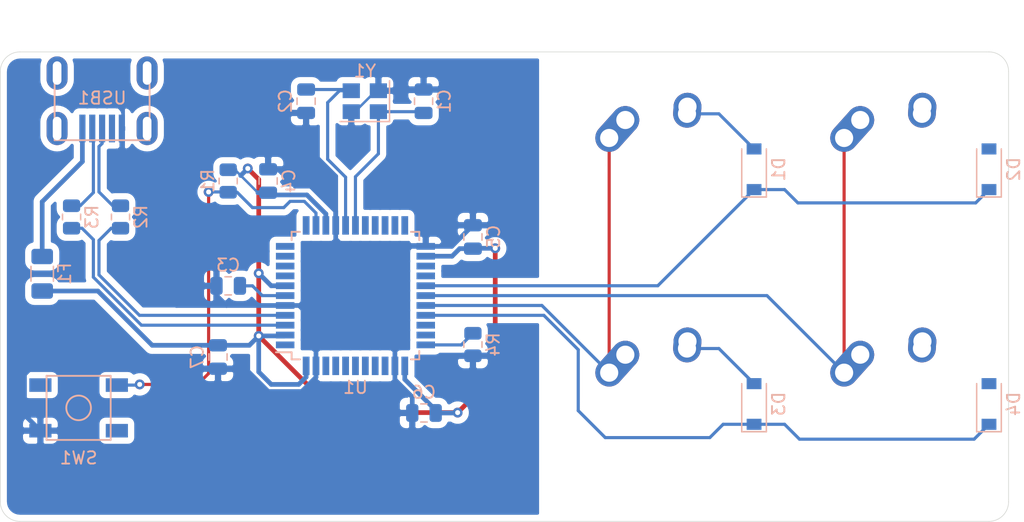
<source format=kicad_pcb>
(kicad_pcb (version 20171130) (host pcbnew "(5.1.12-1-10_14)")

  (general
    (thickness 1.6)
    (drawings 8)
    (tracks 192)
    (zones 0)
    (modules 24)
    (nets 45)
  )

  (page A4)
  (layers
    (0 F.Cu signal)
    (31 B.Cu signal)
    (32 B.Adhes user)
    (33 F.Adhes user)
    (34 B.Paste user)
    (35 F.Paste user)
    (36 B.SilkS user)
    (37 F.SilkS user)
    (38 B.Mask user)
    (39 F.Mask user)
    (40 Dwgs.User user)
    (41 Cmts.User user)
    (42 Eco1.User user)
    (43 Eco2.User user)
    (44 Edge.Cuts user)
    (45 Margin user)
    (46 B.CrtYd user)
    (47 F.CrtYd user)
    (48 B.Fab user)
    (49 F.Fab user)
  )

  (setup
    (last_trace_width 0.254)
    (trace_clearance 0.2)
    (zone_clearance 0.508)
    (zone_45_only no)
    (trace_min 0.2)
    (via_size 0.8)
    (via_drill 0.4)
    (via_min_size 0.4)
    (via_min_drill 0.3)
    (uvia_size 0.3)
    (uvia_drill 0.1)
    (uvias_allowed no)
    (uvia_min_size 0.2)
    (uvia_min_drill 0.1)
    (edge_width 0.05)
    (segment_width 0.2)
    (pcb_text_width 0.3)
    (pcb_text_size 1.5 1.5)
    (mod_edge_width 0.12)
    (mod_text_size 1 1)
    (mod_text_width 0.15)
    (pad_size 1.524 1.524)
    (pad_drill 0.762)
    (pad_to_mask_clearance 0)
    (aux_axis_origin 0 0)
    (visible_elements FFFFFF7F)
    (pcbplotparams
      (layerselection 0x010fc_ffffffff)
      (usegerberextensions false)
      (usegerberattributes true)
      (usegerberadvancedattributes true)
      (creategerberjobfile true)
      (excludeedgelayer true)
      (linewidth 0.100000)
      (plotframeref false)
      (viasonmask false)
      (mode 1)
      (useauxorigin false)
      (hpglpennumber 1)
      (hpglpenspeed 20)
      (hpglpendiameter 15.000000)
      (psnegative false)
      (psa4output false)
      (plotreference true)
      (plotvalue true)
      (plotinvisibletext false)
      (padsonsilk false)
      (subtractmaskfromsilk false)
      (outputformat 1)
      (mirror false)
      (drillshape 1)
      (scaleselection 1)
      (outputdirectory ""))
  )

  (net 0 "")
  (net 1 GND)
  (net 2 "Net-(C1-Pad1)")
  (net 3 "Net-(C2-Pad1)")
  (net 4 "Net-(C3-Pad1)")
  (net 5 +5V)
  (net 6 "Net-(D1-Pad2)")
  (net 7 ROW0)
  (net 8 "Net-(D2-Pad2)")
  (net 9 "Net-(D3-Pad2)")
  (net 10 ROW1)
  (net 11 "Net-(D4-Pad2)")
  (net 12 VCC)
  (net 13 COL0)
  (net 14 COL1)
  (net 15 "Net-(R1-Pad2)")
  (net 16 D+)
  (net 17 "Net-(R2-Pad1)")
  (net 18 D-)
  (net 19 "Net-(R3-Pad1)")
  (net 20 "Net-(R4-Pad2)")
  (net 21 "Net-(U1-Pad42)")
  (net 22 "Net-(U1-Pad41)")
  (net 23 "Net-(U1-Pad40)")
  (net 24 "Net-(U1-Pad39)")
  (net 25 "Net-(U1-Pad38)")
  (net 26 "Net-(U1-Pad37)")
  (net 27 "Net-(U1-Pad36)")
  (net 28 "Net-(U1-Pad32)")
  (net 29 "Net-(U1-Pad31)")
  (net 30 "Net-(U1-Pad26)")
  (net 31 "Net-(U1-Pad25)")
  (net 32 "Net-(U1-Pad22)")
  (net 33 "Net-(U1-Pad21)")
  (net 34 "Net-(U1-Pad20)")
  (net 35 "Net-(U1-Pad19)")
  (net 36 "Net-(U1-Pad18)")
  (net 37 "Net-(U1-Pad12)")
  (net 38 "Net-(U1-Pad11)")
  (net 39 "Net-(U1-Pad10)")
  (net 40 "Net-(U1-Pad9)")
  (net 41 "Net-(U1-Pad8)")
  (net 42 "Net-(U1-Pad1)")
  (net 43 "Net-(USB1-Pad6)")
  (net 44 "Net-(USB1-Pad2)")

  (net_class Default "This is the default net class."
    (clearance 0.2)
    (trace_width 0.254)
    (via_dia 0.8)
    (via_drill 0.4)
    (uvia_dia 0.3)
    (uvia_drill 0.1)
    (add_net COL0)
    (add_net COL1)
    (add_net D+)
    (add_net D-)
    (add_net "Net-(C1-Pad1)")
    (add_net "Net-(C2-Pad1)")
    (add_net "Net-(C3-Pad1)")
    (add_net "Net-(D1-Pad2)")
    (add_net "Net-(D2-Pad2)")
    (add_net "Net-(D3-Pad2)")
    (add_net "Net-(D4-Pad2)")
    (add_net "Net-(R1-Pad2)")
    (add_net "Net-(R2-Pad1)")
    (add_net "Net-(R3-Pad1)")
    (add_net "Net-(R4-Pad2)")
    (add_net "Net-(U1-Pad1)")
    (add_net "Net-(U1-Pad10)")
    (add_net "Net-(U1-Pad11)")
    (add_net "Net-(U1-Pad12)")
    (add_net "Net-(U1-Pad18)")
    (add_net "Net-(U1-Pad19)")
    (add_net "Net-(U1-Pad20)")
    (add_net "Net-(U1-Pad21)")
    (add_net "Net-(U1-Pad22)")
    (add_net "Net-(U1-Pad25)")
    (add_net "Net-(U1-Pad26)")
    (add_net "Net-(U1-Pad31)")
    (add_net "Net-(U1-Pad32)")
    (add_net "Net-(U1-Pad36)")
    (add_net "Net-(U1-Pad37)")
    (add_net "Net-(U1-Pad38)")
    (add_net "Net-(U1-Pad39)")
    (add_net "Net-(U1-Pad40)")
    (add_net "Net-(U1-Pad41)")
    (add_net "Net-(U1-Pad42)")
    (add_net "Net-(U1-Pad8)")
    (add_net "Net-(U1-Pad9)")
    (add_net "Net-(USB1-Pad2)")
    (add_net "Net-(USB1-Pad6)")
    (add_net ROW0)
    (add_net ROW1)
  )

  (net_class Power ""
    (clearance 0.2)
    (trace_width 0.381)
    (via_dia 0.8)
    (via_drill 0.4)
    (uvia_dia 0.3)
    (uvia_drill 0.1)
    (add_net +5V)
    (add_net GND)
    (add_net VCC)
  )

  (module Crystal:Crystal_SMD_3225-4Pin_3.2x2.5mm (layer B.Cu) (tedit 5A0FD1B2) (tstamp 61C89401)
    (at 57.11825 112.014 180)
    (descr "SMD Crystal SERIES SMD3225/4 http://www.txccrystal.com/images/pdf/7m-accuracy.pdf, 3.2x2.5mm^2 package")
    (tags "SMD SMT crystal")
    (path /61C85636)
    (attr smd)
    (fp_text reference Y1 (at 0 2.45) (layer B.SilkS)
      (effects (font (size 1 1) (thickness 0.15)) (justify mirror))
    )
    (fp_text value 16MHz (at 0 -2.45) (layer B.Fab)
      (effects (font (size 1 1) (thickness 0.15)) (justify mirror))
    )
    (fp_line (start 2.1 1.7) (end -2.1 1.7) (layer B.CrtYd) (width 0.05))
    (fp_line (start 2.1 -1.7) (end 2.1 1.7) (layer B.CrtYd) (width 0.05))
    (fp_line (start -2.1 -1.7) (end 2.1 -1.7) (layer B.CrtYd) (width 0.05))
    (fp_line (start -2.1 1.7) (end -2.1 -1.7) (layer B.CrtYd) (width 0.05))
    (fp_line (start -2 -1.65) (end 2 -1.65) (layer B.SilkS) (width 0.12))
    (fp_line (start -2 1.65) (end -2 -1.65) (layer B.SilkS) (width 0.12))
    (fp_line (start -1.6 -0.25) (end -0.6 -1.25) (layer B.Fab) (width 0.1))
    (fp_line (start 1.6 1.25) (end -1.6 1.25) (layer B.Fab) (width 0.1))
    (fp_line (start 1.6 -1.25) (end 1.6 1.25) (layer B.Fab) (width 0.1))
    (fp_line (start -1.6 -1.25) (end 1.6 -1.25) (layer B.Fab) (width 0.1))
    (fp_line (start -1.6 1.25) (end -1.6 -1.25) (layer B.Fab) (width 0.1))
    (fp_text user %R (at 0 0) (layer B.Fab)
      (effects (font (size 0.7 0.7) (thickness 0.105)) (justify mirror))
    )
    (pad 4 smd rect (at -1.1 0.85 180) (size 1.4 1.2) (layers B.Cu B.Paste B.Mask)
      (net 1 GND))
    (pad 3 smd rect (at 1.1 0.85 180) (size 1.4 1.2) (layers B.Cu B.Paste B.Mask)
      (net 3 "Net-(C2-Pad1)"))
    (pad 2 smd rect (at 1.1 -0.85 180) (size 1.4 1.2) (layers B.Cu B.Paste B.Mask)
      (net 1 GND))
    (pad 1 smd rect (at -1.1 -0.85 180) (size 1.4 1.2) (layers B.Cu B.Paste B.Mask)
      (net 2 "Net-(C1-Pad1)"))
    (model ${KISYS3DMOD}/Crystal.3dshapes/Crystal_SMD_3225-4Pin_3.2x2.5mm.wrl
      (at (xyz 0 0 0))
      (scale (xyz 1 1 1))
      (rotate (xyz 0 0 0))
    )
  )

  (module random-keyboard-parts:Molex-0548190589 (layer B.Cu) (tedit 5C494815) (tstamp 61C97744)
    (at 35.814 109.728 270)
    (path /61CA7D53)
    (attr smd)
    (fp_text reference USB1 (at 2.032 0 180) (layer B.SilkS)
      (effects (font (size 1 1) (thickness 0.15)) (justify mirror))
    )
    (fp_text value Molex-0548190589 (at -5.08 0 180) (layer Dwgs.User)
      (effects (font (size 1 1) (thickness 0.15)))
    )
    (fp_line (start 3.25 1.25) (end 5.5 1.25) (layer B.CrtYd) (width 0.15))
    (fp_line (start 5.5 0.5) (end 3.25 0.5) (layer B.CrtYd) (width 0.15))
    (fp_line (start 3.25 -0.5) (end 5.5 -0.5) (layer B.CrtYd) (width 0.15))
    (fp_line (start 5.5 -1.25) (end 3.25 -1.25) (layer B.CrtYd) (width 0.15))
    (fp_line (start 3.25 -2) (end 5.5 -2) (layer B.CrtYd) (width 0.15))
    (fp_line (start 3.25 2) (end 3.25 -2) (layer B.CrtYd) (width 0.15))
    (fp_line (start 5.5 2) (end 3.25 2) (layer B.CrtYd) (width 0.15))
    (fp_line (start -3.75 -3.75) (end -3.75 3.75) (layer B.CrtYd) (width 0.15))
    (fp_line (start 5.5 -3.75) (end -3.75 -3.75) (layer B.CrtYd) (width 0.15))
    (fp_line (start 5.5 3.75) (end 5.5 -3.75) (layer B.CrtYd) (width 0.15))
    (fp_line (start -3.75 3.75) (end 5.5 3.75) (layer B.CrtYd) (width 0.15))
    (fp_line (start 0 3.85) (end 5.45 3.85) (layer B.SilkS) (width 0.15))
    (fp_line (start 0 -3.85) (end 5.45 -3.85) (layer B.SilkS) (width 0.15))
    (fp_line (start 5.45 3.85) (end 5.45 -3.85) (layer B.SilkS) (width 0.15))
    (fp_line (start -3.75 3.85) (end 0 3.85) (layer Dwgs.User) (width 0.15))
    (fp_line (start -3.75 -3.85) (end 0 -3.85) (layer Dwgs.User) (width 0.15))
    (fp_line (start -1.75 4.572) (end -1.75 -4.572) (layer Dwgs.User) (width 0.15))
    (fp_line (start -3.75 3.85) (end -3.75 -3.85) (layer Dwgs.User) (width 0.15))
    (fp_text user %R (at 2 0 180) (layer B.CrtYd)
      (effects (font (size 1 1) (thickness 0.15)) (justify mirror))
    )
    (pad 6 thru_hole oval (at 0 3.65 270) (size 2.7 1.7) (drill oval 1.9 0.7) (layers *.Cu *.Mask)
      (net 43 "Net-(USB1-Pad6)"))
    (pad 6 thru_hole oval (at 0 -3.65 270) (size 2.7 1.7) (drill oval 1.9 0.7) (layers *.Cu *.Mask)
      (net 43 "Net-(USB1-Pad6)"))
    (pad 6 thru_hole oval (at 4.5 -3.65 270) (size 2.7 1.7) (drill oval 1.9 0.7) (layers *.Cu *.Mask)
      (net 43 "Net-(USB1-Pad6)"))
    (pad 6 thru_hole oval (at 4.5 3.65 270) (size 2.7 1.7) (drill oval 1.9 0.7) (layers *.Cu *.Mask)
      (net 43 "Net-(USB1-Pad6)"))
    (pad 5 smd rect (at 4.5 1.6 270) (size 2.25 0.5) (layers B.Cu B.Paste B.Mask)
      (net 12 VCC))
    (pad 4 smd rect (at 4.5 0.8 270) (size 2.25 0.5) (layers B.Cu B.Paste B.Mask)
      (net 18 D-))
    (pad 3 smd rect (at 4.5 0 270) (size 2.25 0.5) (layers B.Cu B.Paste B.Mask)
      (net 16 D+))
    (pad 2 smd rect (at 4.5 -0.8 270) (size 2.25 0.5) (layers B.Cu B.Paste B.Mask)
      (net 44 "Net-(USB1-Pad2)"))
    (pad 1 smd rect (at 4.5 -1.6 270) (size 2.25 0.5) (layers B.Cu B.Paste B.Mask)
      (net 1 GND))
  )

  (module Package_QFP:TQFP-44_10x10mm_P0.8mm (layer B.Cu) (tedit 5A02F146) (tstamp 61C8915B)
    (at 56.35625 127.79375)
    (descr "44-Lead Plastic Thin Quad Flatpack (PT) - 10x10x1.0 mm Body [TQFP] (see Microchip Packaging Specification 00000049BS.pdf)")
    (tags "QFP 0.8")
    (path /61C4130E)
    (attr smd)
    (fp_text reference U1 (at 0 7.45) (layer B.SilkS)
      (effects (font (size 1 1) (thickness 0.15)) (justify mirror))
    )
    (fp_text value ATmega32U4-AU (at 0 -7.45) (layer B.Fab)
      (effects (font (size 1 1) (thickness 0.15)) (justify mirror))
    )
    (fp_line (start -5.175 4.6) (end -6.45 4.6) (layer B.SilkS) (width 0.15))
    (fp_line (start 5.175 5.175) (end 4.5 5.175) (layer B.SilkS) (width 0.15))
    (fp_line (start 5.175 -5.175) (end 4.5 -5.175) (layer B.SilkS) (width 0.15))
    (fp_line (start -5.175 -5.175) (end -4.5 -5.175) (layer B.SilkS) (width 0.15))
    (fp_line (start -5.175 5.175) (end -4.5 5.175) (layer B.SilkS) (width 0.15))
    (fp_line (start -5.175 -5.175) (end -5.175 -4.5) (layer B.SilkS) (width 0.15))
    (fp_line (start 5.175 -5.175) (end 5.175 -4.5) (layer B.SilkS) (width 0.15))
    (fp_line (start 5.175 5.175) (end 5.175 4.5) (layer B.SilkS) (width 0.15))
    (fp_line (start -5.175 5.175) (end -5.175 4.6) (layer B.SilkS) (width 0.15))
    (fp_line (start -6.7 -6.7) (end 6.7 -6.7) (layer B.CrtYd) (width 0.05))
    (fp_line (start -6.7 6.7) (end 6.7 6.7) (layer B.CrtYd) (width 0.05))
    (fp_line (start 6.7 6.7) (end 6.7 -6.7) (layer B.CrtYd) (width 0.05))
    (fp_line (start -6.7 6.7) (end -6.7 -6.7) (layer B.CrtYd) (width 0.05))
    (fp_line (start -5 4) (end -4 5) (layer B.Fab) (width 0.15))
    (fp_line (start -5 -5) (end -5 4) (layer B.Fab) (width 0.15))
    (fp_line (start 5 -5) (end -5 -5) (layer B.Fab) (width 0.15))
    (fp_line (start 5 5) (end 5 -5) (layer B.Fab) (width 0.15))
    (fp_line (start -4 5) (end 5 5) (layer B.Fab) (width 0.15))
    (fp_text user %R (at 0 0) (layer B.Fab)
      (effects (font (size 1 1) (thickness 0.15)) (justify mirror))
    )
    (pad 44 smd rect (at -4 5.7 270) (size 1.5 0.55) (layers B.Cu B.Paste B.Mask)
      (net 5 +5V))
    (pad 43 smd rect (at -3.2 5.7 270) (size 1.5 0.55) (layers B.Cu B.Paste B.Mask)
      (net 1 GND))
    (pad 42 smd rect (at -2.4 5.7 270) (size 1.5 0.55) (layers B.Cu B.Paste B.Mask)
      (net 21 "Net-(U1-Pad42)"))
    (pad 41 smd rect (at -1.6 5.7 270) (size 1.5 0.55) (layers B.Cu B.Paste B.Mask)
      (net 22 "Net-(U1-Pad41)"))
    (pad 40 smd rect (at -0.8 5.7 270) (size 1.5 0.55) (layers B.Cu B.Paste B.Mask)
      (net 23 "Net-(U1-Pad40)"))
    (pad 39 smd rect (at 0 5.7 270) (size 1.5 0.55) (layers B.Cu B.Paste B.Mask)
      (net 24 "Net-(U1-Pad39)"))
    (pad 38 smd rect (at 0.8 5.7 270) (size 1.5 0.55) (layers B.Cu B.Paste B.Mask)
      (net 25 "Net-(U1-Pad38)"))
    (pad 37 smd rect (at 1.6 5.7 270) (size 1.5 0.55) (layers B.Cu B.Paste B.Mask)
      (net 26 "Net-(U1-Pad37)"))
    (pad 36 smd rect (at 2.4 5.7 270) (size 1.5 0.55) (layers B.Cu B.Paste B.Mask)
      (net 27 "Net-(U1-Pad36)"))
    (pad 35 smd rect (at 3.2 5.7 270) (size 1.5 0.55) (layers B.Cu B.Paste B.Mask)
      (net 1 GND))
    (pad 34 smd rect (at 4 5.7 270) (size 1.5 0.55) (layers B.Cu B.Paste B.Mask)
      (net 5 +5V))
    (pad 33 smd rect (at 5.7 4) (size 1.5 0.55) (layers B.Cu B.Paste B.Mask)
      (net 20 "Net-(R4-Pad2)"))
    (pad 32 smd rect (at 5.7 3.2) (size 1.5 0.55) (layers B.Cu B.Paste B.Mask)
      (net 28 "Net-(U1-Pad32)"))
    (pad 31 smd rect (at 5.7 2.4) (size 1.5 0.55) (layers B.Cu B.Paste B.Mask)
      (net 29 "Net-(U1-Pad31)"))
    (pad 30 smd rect (at 5.7 1.6) (size 1.5 0.55) (layers B.Cu B.Paste B.Mask)
      (net 10 ROW1))
    (pad 29 smd rect (at 5.7 0.8) (size 1.5 0.55) (layers B.Cu B.Paste B.Mask)
      (net 13 COL0))
    (pad 28 smd rect (at 5.7 0) (size 1.5 0.55) (layers B.Cu B.Paste B.Mask)
      (net 14 COL1))
    (pad 27 smd rect (at 5.7 -0.8) (size 1.5 0.55) (layers B.Cu B.Paste B.Mask)
      (net 7 ROW0))
    (pad 26 smd rect (at 5.7 -1.6) (size 1.5 0.55) (layers B.Cu B.Paste B.Mask)
      (net 30 "Net-(U1-Pad26)"))
    (pad 25 smd rect (at 5.7 -2.4) (size 1.5 0.55) (layers B.Cu B.Paste B.Mask)
      (net 31 "Net-(U1-Pad25)"))
    (pad 24 smd rect (at 5.7 -3.2) (size 1.5 0.55) (layers B.Cu B.Paste B.Mask)
      (net 5 +5V))
    (pad 23 smd rect (at 5.7 -4) (size 1.5 0.55) (layers B.Cu B.Paste B.Mask)
      (net 1 GND))
    (pad 22 smd rect (at 4 -5.7 270) (size 1.5 0.55) (layers B.Cu B.Paste B.Mask)
      (net 32 "Net-(U1-Pad22)"))
    (pad 21 smd rect (at 3.2 -5.7 270) (size 1.5 0.55) (layers B.Cu B.Paste B.Mask)
      (net 33 "Net-(U1-Pad21)"))
    (pad 20 smd rect (at 2.4 -5.7 270) (size 1.5 0.55) (layers B.Cu B.Paste B.Mask)
      (net 34 "Net-(U1-Pad20)"))
    (pad 19 smd rect (at 1.6 -5.7 270) (size 1.5 0.55) (layers B.Cu B.Paste B.Mask)
      (net 35 "Net-(U1-Pad19)"))
    (pad 18 smd rect (at 0.8 -5.7 270) (size 1.5 0.55) (layers B.Cu B.Paste B.Mask)
      (net 36 "Net-(U1-Pad18)"))
    (pad 17 smd rect (at 0 -5.7 270) (size 1.5 0.55) (layers B.Cu B.Paste B.Mask)
      (net 2 "Net-(C1-Pad1)"))
    (pad 16 smd rect (at -0.8 -5.7 270) (size 1.5 0.55) (layers B.Cu B.Paste B.Mask)
      (net 3 "Net-(C2-Pad1)"))
    (pad 15 smd rect (at -1.6 -5.7 270) (size 1.5 0.55) (layers B.Cu B.Paste B.Mask)
      (net 1 GND))
    (pad 14 smd rect (at -2.4 -5.7 270) (size 1.5 0.55) (layers B.Cu B.Paste B.Mask)
      (net 5 +5V))
    (pad 13 smd rect (at -3.2 -5.7 270) (size 1.5 0.55) (layers B.Cu B.Paste B.Mask)
      (net 15 "Net-(R1-Pad2)"))
    (pad 12 smd rect (at -4 -5.7 270) (size 1.5 0.55) (layers B.Cu B.Paste B.Mask)
      (net 37 "Net-(U1-Pad12)"))
    (pad 11 smd rect (at -5.7 -4) (size 1.5 0.55) (layers B.Cu B.Paste B.Mask)
      (net 38 "Net-(U1-Pad11)"))
    (pad 10 smd rect (at -5.7 -3.2) (size 1.5 0.55) (layers B.Cu B.Paste B.Mask)
      (net 39 "Net-(U1-Pad10)"))
    (pad 9 smd rect (at -5.7 -2.4) (size 1.5 0.55) (layers B.Cu B.Paste B.Mask)
      (net 40 "Net-(U1-Pad9)"))
    (pad 8 smd rect (at -5.7 -1.6) (size 1.5 0.55) (layers B.Cu B.Paste B.Mask)
      (net 41 "Net-(U1-Pad8)"))
    (pad 7 smd rect (at -5.7 -0.8) (size 1.5 0.55) (layers B.Cu B.Paste B.Mask)
      (net 5 +5V))
    (pad 6 smd rect (at -5.7 0) (size 1.5 0.55) (layers B.Cu B.Paste B.Mask)
      (net 4 "Net-(C3-Pad1)"))
    (pad 5 smd rect (at -5.7 0.8) (size 1.5 0.55) (layers B.Cu B.Paste B.Mask)
      (net 1 GND))
    (pad 4 smd rect (at -5.7 1.6) (size 1.5 0.55) (layers B.Cu B.Paste B.Mask)
      (net 17 "Net-(R2-Pad1)"))
    (pad 3 smd rect (at -5.7 2.4) (size 1.5 0.55) (layers B.Cu B.Paste B.Mask)
      (net 19 "Net-(R3-Pad1)"))
    (pad 2 smd rect (at -5.7 3.2) (size 1.5 0.55) (layers B.Cu B.Paste B.Mask)
      (net 5 +5V))
    (pad 1 smd rect (at -5.7 4) (size 1.5 0.55) (layers B.Cu B.Paste B.Mask)
      (net 42 "Net-(U1-Pad1)"))
    (model ${KISYS3DMOD}/Package_QFP.3dshapes/TQFP-44_10x10mm_P0.8mm.wrl
      (at (xyz 0 0 0))
      (scale (xyz 1 1 1))
      (rotate (xyz 0 0 0))
    )
  )

  (module random-keyboard-parts:SKQG-1155865 (layer B.Cu) (tedit 5E62B398) (tstamp 61C888E0)
    (at 33.909 136.906 180)
    (path /61C9C671)
    (attr smd)
    (fp_text reference SW1 (at 0 -4.064) (layer B.SilkS)
      (effects (font (size 1 1) (thickness 0.15)) (justify mirror))
    )
    (fp_text value SW_Push (at 0 4.064) (layer B.Fab)
      (effects (font (size 1 1) (thickness 0.15)) (justify mirror))
    )
    (fp_line (start -2.6 2.6) (end 2.6 2.6) (layer B.SilkS) (width 0.15))
    (fp_line (start 2.6 2.6) (end 2.6 -2.6) (layer B.SilkS) (width 0.15))
    (fp_line (start 2.6 -2.6) (end -2.6 -2.6) (layer B.SilkS) (width 0.15))
    (fp_line (start -2.6 -2.6) (end -2.6 2.6) (layer B.SilkS) (width 0.15))
    (fp_circle (center 0 0) (end 1 0) (layer B.SilkS) (width 0.15))
    (fp_line (start -4.2 2.6) (end 4.2 2.6) (layer B.Fab) (width 0.15))
    (fp_line (start 4.2 2.6) (end 4.2 1.2) (layer B.Fab) (width 0.15))
    (fp_line (start 4.2 1.1) (end 2.6 1.1) (layer B.Fab) (width 0.15))
    (fp_line (start 2.6 1.1) (end 2.6 -1.1) (layer B.Fab) (width 0.15))
    (fp_line (start 2.6 -1.1) (end 4.2 -1.1) (layer B.Fab) (width 0.15))
    (fp_line (start 4.2 -1.1) (end 4.2 -2.6) (layer B.Fab) (width 0.15))
    (fp_line (start 4.2 -2.6) (end -4.2 -2.6) (layer B.Fab) (width 0.15))
    (fp_line (start -4.2 -2.6) (end -4.2 -1.1) (layer B.Fab) (width 0.15))
    (fp_line (start -4.2 -1.1) (end -2.6 -1.1) (layer B.Fab) (width 0.15))
    (fp_line (start -2.6 -1.1) (end -2.6 1.1) (layer B.Fab) (width 0.15))
    (fp_line (start -2.6 1.1) (end -4.2 1.1) (layer B.Fab) (width 0.15))
    (fp_line (start -4.2 1.1) (end -4.2 2.6) (layer B.Fab) (width 0.15))
    (fp_circle (center 0 0) (end 1 0) (layer B.Fab) (width 0.15))
    (fp_line (start -2.6 1.1) (end -1.1 2.6) (layer B.Fab) (width 0.15))
    (fp_line (start 2.6 1.1) (end 1.1 2.6) (layer B.Fab) (width 0.15))
    (fp_line (start 2.6 -1.1) (end 1.1 -2.6) (layer B.Fab) (width 0.15))
    (fp_line (start -2.6 -1.1) (end -1.1 -2.6) (layer B.Fab) (width 0.15))
    (pad 4 smd rect (at -3.1 -1.85 180) (size 1.8 1.1) (layers B.Cu B.Paste B.Mask))
    (pad 3 smd rect (at 3.1 1.85 180) (size 1.8 1.1) (layers B.Cu B.Paste B.Mask))
    (pad 2 smd rect (at -3.1 1.85 180) (size 1.8 1.1) (layers B.Cu B.Paste B.Mask)
      (net 15 "Net-(R1-Pad2)"))
    (pad 1 smd rect (at 3.1 -1.85 180) (size 1.8 1.1) (layers B.Cu B.Paste B.Mask)
      (net 1 GND))
    (model ${KISYS3DMOD}/Button_Switch_SMD.3dshapes/SW_SPST_TL3342.step
      (at (xyz 0 0 0))
      (scale (xyz 1 1 1))
      (rotate (xyz 0 0 0))
    )
  )

  (module Resistor_SMD:R_0805_2012Metric (layer B.Cu) (tedit 5F68FEEE) (tstamp 61C888C2)
    (at 65.88125 131.7625 90)
    (descr "Resistor SMD 0805 (2012 Metric), square (rectangular) end terminal, IPC_7351 nominal, (Body size source: IPC-SM-782 page 72, https://www.pcb-3d.com/wordpress/wp-content/uploads/ipc-sm-782a_amendment_1_and_2.pdf), generated with kicad-footprint-generator")
    (tags resistor)
    (path /61C67816)
    (attr smd)
    (fp_text reference R4 (at 0 1.65 90) (layer B.SilkS)
      (effects (font (size 1 1) (thickness 0.15)) (justify mirror))
    )
    (fp_text value 10k (at 0 -1.65 90) (layer B.Fab)
      (effects (font (size 1 1) (thickness 0.15)) (justify mirror))
    )
    (fp_line (start 1.68 -0.95) (end -1.68 -0.95) (layer B.CrtYd) (width 0.05))
    (fp_line (start 1.68 0.95) (end 1.68 -0.95) (layer B.CrtYd) (width 0.05))
    (fp_line (start -1.68 0.95) (end 1.68 0.95) (layer B.CrtYd) (width 0.05))
    (fp_line (start -1.68 -0.95) (end -1.68 0.95) (layer B.CrtYd) (width 0.05))
    (fp_line (start -0.227064 -0.735) (end 0.227064 -0.735) (layer B.SilkS) (width 0.12))
    (fp_line (start -0.227064 0.735) (end 0.227064 0.735) (layer B.SilkS) (width 0.12))
    (fp_line (start 1 -0.625) (end -1 -0.625) (layer B.Fab) (width 0.1))
    (fp_line (start 1 0.625) (end 1 -0.625) (layer B.Fab) (width 0.1))
    (fp_line (start -1 0.625) (end 1 0.625) (layer B.Fab) (width 0.1))
    (fp_line (start -1 -0.625) (end -1 0.625) (layer B.Fab) (width 0.1))
    (fp_text user %R (at 0 0 90) (layer B.Fab)
      (effects (font (size 0.5 0.5) (thickness 0.08)) (justify mirror))
    )
    (pad 2 smd roundrect (at 0.9125 0 90) (size 1.025 1.4) (layers B.Cu B.Paste B.Mask) (roundrect_rratio 0.243902)
      (net 20 "Net-(R4-Pad2)"))
    (pad 1 smd roundrect (at -0.9125 0 90) (size 1.025 1.4) (layers B.Cu B.Paste B.Mask) (roundrect_rratio 0.243902)
      (net 1 GND))
    (model ${KISYS3DMOD}/Resistor_SMD.3dshapes/R_0805_2012Metric.wrl
      (at (xyz 0 0 0))
      (scale (xyz 1 1 1))
      (rotate (xyz 0 0 0))
    )
  )

  (module Resistor_SMD:R_0805_2012Metric (layer B.Cu) (tedit 5F68FEEE) (tstamp 61C91932)
    (at 33.3375 121.412 90)
    (descr "Resistor SMD 0805 (2012 Metric), square (rectangular) end terminal, IPC_7351 nominal, (Body size source: IPC-SM-782 page 72, https://www.pcb-3d.com/wordpress/wp-content/uploads/ipc-sm-782a_amendment_1_and_2.pdf), generated with kicad-footprint-generator")
    (tags resistor)
    (path /61C72492)
    (attr smd)
    (fp_text reference R3 (at 0 1.65 90) (layer B.SilkS)
      (effects (font (size 1 1) (thickness 0.15)) (justify mirror))
    )
    (fp_text value 22 (at 0 -1.65 90) (layer B.Fab)
      (effects (font (size 1 1) (thickness 0.15)) (justify mirror))
    )
    (fp_line (start 1.68 -0.95) (end -1.68 -0.95) (layer B.CrtYd) (width 0.05))
    (fp_line (start 1.68 0.95) (end 1.68 -0.95) (layer B.CrtYd) (width 0.05))
    (fp_line (start -1.68 0.95) (end 1.68 0.95) (layer B.CrtYd) (width 0.05))
    (fp_line (start -1.68 -0.95) (end -1.68 0.95) (layer B.CrtYd) (width 0.05))
    (fp_line (start -0.227064 -0.735) (end 0.227064 -0.735) (layer B.SilkS) (width 0.12))
    (fp_line (start -0.227064 0.735) (end 0.227064 0.735) (layer B.SilkS) (width 0.12))
    (fp_line (start 1 -0.625) (end -1 -0.625) (layer B.Fab) (width 0.1))
    (fp_line (start 1 0.625) (end 1 -0.625) (layer B.Fab) (width 0.1))
    (fp_line (start -1 0.625) (end 1 0.625) (layer B.Fab) (width 0.1))
    (fp_line (start -1 -0.625) (end -1 0.625) (layer B.Fab) (width 0.1))
    (fp_text user %R (at 0 0 90) (layer B.Fab)
      (effects (font (size 0.5 0.5) (thickness 0.08)) (justify mirror))
    )
    (pad 2 smd roundrect (at 0.9125 0 90) (size 1.025 1.4) (layers B.Cu B.Paste B.Mask) (roundrect_rratio 0.243902)
      (net 18 D-))
    (pad 1 smd roundrect (at -0.9125 0 90) (size 1.025 1.4) (layers B.Cu B.Paste B.Mask) (roundrect_rratio 0.243902)
      (net 19 "Net-(R3-Pad1)"))
    (model ${KISYS3DMOD}/Resistor_SMD.3dshapes/R_0805_2012Metric.wrl
      (at (xyz 0 0 0))
      (scale (xyz 1 1 1))
      (rotate (xyz 0 0 0))
    )
  )

  (module Resistor_SMD:R_0805_2012Metric (layer B.Cu) (tedit 5F68FEEE) (tstamp 61C899CB)
    (at 37.30625 121.412 90)
    (descr "Resistor SMD 0805 (2012 Metric), square (rectangular) end terminal, IPC_7351 nominal, (Body size source: IPC-SM-782 page 72, https://www.pcb-3d.com/wordpress/wp-content/uploads/ipc-sm-782a_amendment_1_and_2.pdf), generated with kicad-footprint-generator")
    (tags resistor)
    (path /61C6E287)
    (attr smd)
    (fp_text reference R2 (at 0 1.65 90) (layer B.SilkS)
      (effects (font (size 1 1) (thickness 0.15)) (justify mirror))
    )
    (fp_text value 22 (at 0 -1.65 90) (layer B.Fab)
      (effects (font (size 1 1) (thickness 0.15)) (justify mirror))
    )
    (fp_line (start 1.68 -0.95) (end -1.68 -0.95) (layer B.CrtYd) (width 0.05))
    (fp_line (start 1.68 0.95) (end 1.68 -0.95) (layer B.CrtYd) (width 0.05))
    (fp_line (start -1.68 0.95) (end 1.68 0.95) (layer B.CrtYd) (width 0.05))
    (fp_line (start -1.68 -0.95) (end -1.68 0.95) (layer B.CrtYd) (width 0.05))
    (fp_line (start -0.227064 -0.735) (end 0.227064 -0.735) (layer B.SilkS) (width 0.12))
    (fp_line (start -0.227064 0.735) (end 0.227064 0.735) (layer B.SilkS) (width 0.12))
    (fp_line (start 1 -0.625) (end -1 -0.625) (layer B.Fab) (width 0.1))
    (fp_line (start 1 0.625) (end 1 -0.625) (layer B.Fab) (width 0.1))
    (fp_line (start -1 0.625) (end 1 0.625) (layer B.Fab) (width 0.1))
    (fp_line (start -1 -0.625) (end -1 0.625) (layer B.Fab) (width 0.1))
    (fp_text user %R (at 0 0 90) (layer B.Fab)
      (effects (font (size 0.5 0.5) (thickness 0.08)) (justify mirror))
    )
    (pad 2 smd roundrect (at 0.9125 0 90) (size 1.025 1.4) (layers B.Cu B.Paste B.Mask) (roundrect_rratio 0.243902)
      (net 16 D+))
    (pad 1 smd roundrect (at -0.9125 0 90) (size 1.025 1.4) (layers B.Cu B.Paste B.Mask) (roundrect_rratio 0.243902)
      (net 17 "Net-(R2-Pad1)"))
    (model ${KISYS3DMOD}/Resistor_SMD.3dshapes/R_0805_2012Metric.wrl
      (at (xyz 0 0 0))
      (scale (xyz 1 1 1))
      (rotate (xyz 0 0 0))
    )
  )

  (module Resistor_SMD:R_0805_2012Metric (layer B.Cu) (tedit 5F68FEEE) (tstamp 61C97215)
    (at 46.0375 118.491 270)
    (descr "Resistor SMD 0805 (2012 Metric), square (rectangular) end terminal, IPC_7351 nominal, (Body size source: IPC-SM-782 page 72, https://www.pcb-3d.com/wordpress/wp-content/uploads/ipc-sm-782a_amendment_1_and_2.pdf), generated with kicad-footprint-generator")
    (tags resistor)
    (path /61CA09AE)
    (attr smd)
    (fp_text reference R1 (at 0 1.65 90) (layer B.SilkS)
      (effects (font (size 1 1) (thickness 0.15)) (justify mirror))
    )
    (fp_text value 10k (at 0 -1.65 90) (layer B.Fab)
      (effects (font (size 1 1) (thickness 0.15)) (justify mirror))
    )
    (fp_line (start 1.68 -0.95) (end -1.68 -0.95) (layer B.CrtYd) (width 0.05))
    (fp_line (start 1.68 0.95) (end 1.68 -0.95) (layer B.CrtYd) (width 0.05))
    (fp_line (start -1.68 0.95) (end 1.68 0.95) (layer B.CrtYd) (width 0.05))
    (fp_line (start -1.68 -0.95) (end -1.68 0.95) (layer B.CrtYd) (width 0.05))
    (fp_line (start -0.227064 -0.735) (end 0.227064 -0.735) (layer B.SilkS) (width 0.12))
    (fp_line (start -0.227064 0.735) (end 0.227064 0.735) (layer B.SilkS) (width 0.12))
    (fp_line (start 1 -0.625) (end -1 -0.625) (layer B.Fab) (width 0.1))
    (fp_line (start 1 0.625) (end 1 -0.625) (layer B.Fab) (width 0.1))
    (fp_line (start -1 0.625) (end 1 0.625) (layer B.Fab) (width 0.1))
    (fp_line (start -1 -0.625) (end -1 0.625) (layer B.Fab) (width 0.1))
    (fp_text user %R (at 0 0 90) (layer B.Fab)
      (effects (font (size 0.5 0.5) (thickness 0.08)) (justify mirror))
    )
    (pad 2 smd roundrect (at 0.9125 0 270) (size 1.025 1.4) (layers B.Cu B.Paste B.Mask) (roundrect_rratio 0.243902)
      (net 15 "Net-(R1-Pad2)"))
    (pad 1 smd roundrect (at -0.9125 0 270) (size 1.025 1.4) (layers B.Cu B.Paste B.Mask) (roundrect_rratio 0.243902)
      (net 5 +5V))
    (model ${KISYS3DMOD}/Resistor_SMD.3dshapes/R_0805_2012Metric.wrl
      (at (xyz 0 0 0))
      (scale (xyz 1 1 1))
      (rotate (xyz 0 0 0))
    )
  )

  (module MX_Alps_Hybrid:MX-1U-NoLED (layer F.Cu) (tedit 5A9F5203) (tstamp 61C967AF)
    (at 99.79025 136.5885)
    (path /61CC1D7E)
    (fp_text reference MX4 (at 0 3.175) (layer Dwgs.User)
      (effects (font (size 1 1) (thickness 0.15)))
    )
    (fp_text value MX-NoLED (at 0 -7.9375) (layer Dwgs.User)
      (effects (font (size 1 1) (thickness 0.15)))
    )
    (fp_line (start -9.525 9.525) (end -9.525 -9.525) (layer Dwgs.User) (width 0.15))
    (fp_line (start 9.525 9.525) (end -9.525 9.525) (layer Dwgs.User) (width 0.15))
    (fp_line (start 9.525 -9.525) (end 9.525 9.525) (layer Dwgs.User) (width 0.15))
    (fp_line (start -9.525 -9.525) (end 9.525 -9.525) (layer Dwgs.User) (width 0.15))
    (fp_line (start -7 -7) (end -7 -5) (layer Dwgs.User) (width 0.15))
    (fp_line (start -5 -7) (end -7 -7) (layer Dwgs.User) (width 0.15))
    (fp_line (start -7 7) (end -5 7) (layer Dwgs.User) (width 0.15))
    (fp_line (start -7 5) (end -7 7) (layer Dwgs.User) (width 0.15))
    (fp_line (start 7 7) (end 7 5) (layer Dwgs.User) (width 0.15))
    (fp_line (start 5 7) (end 7 7) (layer Dwgs.User) (width 0.15))
    (fp_line (start 7 -7) (end 7 -5) (layer Dwgs.User) (width 0.15))
    (fp_line (start 5 -7) (end 7 -7) (layer Dwgs.User) (width 0.15))
    (pad "" np_thru_hole circle (at 5.08 0 48.0996) (size 1.75 1.75) (drill 1.75) (layers *.Cu *.Mask))
    (pad "" np_thru_hole circle (at -5.08 0 48.0996) (size 1.75 1.75) (drill 1.75) (layers *.Cu *.Mask))
    (pad 1 thru_hole circle (at -2.5 -4) (size 2.25 2.25) (drill 1.47) (layers *.Cu B.Mask)
      (net 14 COL1))
    (pad "" np_thru_hole circle (at 0 0) (size 3.9878 3.9878) (drill 3.9878) (layers *.Cu *.Mask))
    (pad 1 thru_hole oval (at -3.81 -2.54 48.0996) (size 4.211556 2.25) (drill 1.47 (offset 0.980778 0)) (layers *.Cu B.Mask)
      (net 14 COL1))
    (pad 2 thru_hole circle (at 2.54 -5.08) (size 2.25 2.25) (drill 1.47) (layers *.Cu B.Mask)
      (net 11 "Net-(D4-Pad2)"))
    (pad 2 thru_hole oval (at 2.5 -4.5 86.0548) (size 2.831378 2.25) (drill 1.47 (offset 0.290689 0)) (layers *.Cu B.Mask)
      (net 11 "Net-(D4-Pad2)"))
  )

  (module MX_Alps_Hybrid:MX-1U-NoLED (layer F.Cu) (tedit 5A9F5203) (tstamp 61C9676D)
    (at 80.74025 136.5885)
    (path /61CC1296)
    (fp_text reference MX3 (at 0 3.175) (layer Dwgs.User)
      (effects (font (size 1 1) (thickness 0.15)))
    )
    (fp_text value MX-NoLED (at 0 -7.9375) (layer Dwgs.User)
      (effects (font (size 1 1) (thickness 0.15)))
    )
    (fp_line (start -9.525 9.525) (end -9.525 -9.525) (layer Dwgs.User) (width 0.15))
    (fp_line (start 9.525 9.525) (end -9.525 9.525) (layer Dwgs.User) (width 0.15))
    (fp_line (start 9.525 -9.525) (end 9.525 9.525) (layer Dwgs.User) (width 0.15))
    (fp_line (start -9.525 -9.525) (end 9.525 -9.525) (layer Dwgs.User) (width 0.15))
    (fp_line (start -7 -7) (end -7 -5) (layer Dwgs.User) (width 0.15))
    (fp_line (start -5 -7) (end -7 -7) (layer Dwgs.User) (width 0.15))
    (fp_line (start -7 7) (end -5 7) (layer Dwgs.User) (width 0.15))
    (fp_line (start -7 5) (end -7 7) (layer Dwgs.User) (width 0.15))
    (fp_line (start 7 7) (end 7 5) (layer Dwgs.User) (width 0.15))
    (fp_line (start 5 7) (end 7 7) (layer Dwgs.User) (width 0.15))
    (fp_line (start 7 -7) (end 7 -5) (layer Dwgs.User) (width 0.15))
    (fp_line (start 5 -7) (end 7 -7) (layer Dwgs.User) (width 0.15))
    (pad "" np_thru_hole circle (at 5.08 0 48.0996) (size 1.75 1.75) (drill 1.75) (layers *.Cu *.Mask))
    (pad "" np_thru_hole circle (at -5.08 0 48.0996) (size 1.75 1.75) (drill 1.75) (layers *.Cu *.Mask))
    (pad 1 thru_hole circle (at -2.5 -4) (size 2.25 2.25) (drill 1.47) (layers *.Cu B.Mask)
      (net 13 COL0))
    (pad "" np_thru_hole circle (at 0 0) (size 3.9878 3.9878) (drill 3.9878) (layers *.Cu *.Mask))
    (pad 1 thru_hole oval (at -3.81 -2.54 48.0996) (size 4.211556 2.25) (drill 1.47 (offset 0.980778 0)) (layers *.Cu B.Mask)
      (net 13 COL0))
    (pad 2 thru_hole circle (at 2.54 -5.08) (size 2.25 2.25) (drill 1.47) (layers *.Cu B.Mask)
      (net 9 "Net-(D3-Pad2)"))
    (pad 2 thru_hole oval (at 2.5 -4.5 86.0548) (size 2.831378 2.25) (drill 1.47 (offset 0.290689 0)) (layers *.Cu B.Mask)
      (net 9 "Net-(D3-Pad2)"))
  )

  (module MX_Alps_Hybrid:MX-1U-NoLED (layer F.Cu) (tedit 5A9F5203) (tstamp 61C9672B)
    (at 99.79025 117.5385)
    (path /61CBBEAA)
    (fp_text reference MX2 (at 0 3.175) (layer Dwgs.User)
      (effects (font (size 1 1) (thickness 0.15)))
    )
    (fp_text value MX-NoLED (at 0 -7.9375) (layer Dwgs.User)
      (effects (font (size 1 1) (thickness 0.15)))
    )
    (fp_line (start -9.525 9.525) (end -9.525 -9.525) (layer Dwgs.User) (width 0.15))
    (fp_line (start 9.525 9.525) (end -9.525 9.525) (layer Dwgs.User) (width 0.15))
    (fp_line (start 9.525 -9.525) (end 9.525 9.525) (layer Dwgs.User) (width 0.15))
    (fp_line (start -9.525 -9.525) (end 9.525 -9.525) (layer Dwgs.User) (width 0.15))
    (fp_line (start -7 -7) (end -7 -5) (layer Dwgs.User) (width 0.15))
    (fp_line (start -5 -7) (end -7 -7) (layer Dwgs.User) (width 0.15))
    (fp_line (start -7 7) (end -5 7) (layer Dwgs.User) (width 0.15))
    (fp_line (start -7 5) (end -7 7) (layer Dwgs.User) (width 0.15))
    (fp_line (start 7 7) (end 7 5) (layer Dwgs.User) (width 0.15))
    (fp_line (start 5 7) (end 7 7) (layer Dwgs.User) (width 0.15))
    (fp_line (start 7 -7) (end 7 -5) (layer Dwgs.User) (width 0.15))
    (fp_line (start 5 -7) (end 7 -7) (layer Dwgs.User) (width 0.15))
    (pad "" np_thru_hole circle (at 5.08 0 48.0996) (size 1.75 1.75) (drill 1.75) (layers *.Cu *.Mask))
    (pad "" np_thru_hole circle (at -5.08 0 48.0996) (size 1.75 1.75) (drill 1.75) (layers *.Cu *.Mask))
    (pad 1 thru_hole circle (at -2.5 -4) (size 2.25 2.25) (drill 1.47) (layers *.Cu B.Mask)
      (net 14 COL1))
    (pad "" np_thru_hole circle (at 0 0) (size 3.9878 3.9878) (drill 3.9878) (layers *.Cu *.Mask))
    (pad 1 thru_hole oval (at -3.81 -2.54 48.0996) (size 4.211556 2.25) (drill 1.47 (offset 0.980778 0)) (layers *.Cu B.Mask)
      (net 14 COL1))
    (pad 2 thru_hole circle (at 2.54 -5.08) (size 2.25 2.25) (drill 1.47) (layers *.Cu B.Mask)
      (net 8 "Net-(D2-Pad2)"))
    (pad 2 thru_hole oval (at 2.5 -4.5 86.0548) (size 2.831378 2.25) (drill 1.47 (offset 0.290689 0)) (layers *.Cu B.Mask)
      (net 8 "Net-(D2-Pad2)"))
  )

  (module MX_Alps_Hybrid:MX-1U-NoLED (layer F.Cu) (tedit 5A9F5203) (tstamp 61C966E9)
    (at 80.74025 117.5385)
    (path /61CB1AC6)
    (fp_text reference MX1 (at 0 3.175) (layer Dwgs.User)
      (effects (font (size 1 1) (thickness 0.15)))
    )
    (fp_text value MX-NoLED (at 0 -7.9375) (layer Dwgs.User)
      (effects (font (size 1 1) (thickness 0.15)))
    )
    (fp_line (start -9.525 9.525) (end -9.525 -9.525) (layer Dwgs.User) (width 0.15))
    (fp_line (start 9.525 9.525) (end -9.525 9.525) (layer Dwgs.User) (width 0.15))
    (fp_line (start 9.525 -9.525) (end 9.525 9.525) (layer Dwgs.User) (width 0.15))
    (fp_line (start -9.525 -9.525) (end 9.525 -9.525) (layer Dwgs.User) (width 0.15))
    (fp_line (start -7 -7) (end -7 -5) (layer Dwgs.User) (width 0.15))
    (fp_line (start -5 -7) (end -7 -7) (layer Dwgs.User) (width 0.15))
    (fp_line (start -7 7) (end -5 7) (layer Dwgs.User) (width 0.15))
    (fp_line (start -7 5) (end -7 7) (layer Dwgs.User) (width 0.15))
    (fp_line (start 7 7) (end 7 5) (layer Dwgs.User) (width 0.15))
    (fp_line (start 5 7) (end 7 7) (layer Dwgs.User) (width 0.15))
    (fp_line (start 7 -7) (end 7 -5) (layer Dwgs.User) (width 0.15))
    (fp_line (start 5 -7) (end 7 -7) (layer Dwgs.User) (width 0.15))
    (pad "" np_thru_hole circle (at 5.08 0 48.0996) (size 1.75 1.75) (drill 1.75) (layers *.Cu *.Mask))
    (pad "" np_thru_hole circle (at -5.08 0 48.0996) (size 1.75 1.75) (drill 1.75) (layers *.Cu *.Mask))
    (pad 1 thru_hole circle (at -2.5 -4) (size 2.25 2.25) (drill 1.47) (layers *.Cu B.Mask)
      (net 13 COL0))
    (pad "" np_thru_hole circle (at 0 0) (size 3.9878 3.9878) (drill 3.9878) (layers *.Cu *.Mask))
    (pad 1 thru_hole oval (at -3.81 -2.54 48.0996) (size 4.211556 2.25) (drill 1.47 (offset 0.980778 0)) (layers *.Cu B.Mask)
      (net 13 COL0))
    (pad 2 thru_hole circle (at 2.54 -5.08) (size 2.25 2.25) (drill 1.47) (layers *.Cu B.Mask)
      (net 6 "Net-(D1-Pad2)"))
    (pad 2 thru_hole oval (at 2.5 -4.5 86.0548) (size 2.831378 2.25) (drill 1.47 (offset 0.290689 0)) (layers *.Cu B.Mask)
      (net 6 "Net-(D1-Pad2)"))
  )

  (module Fuse:Fuse_1206_3216Metric (layer B.Cu) (tedit 5F68FEF1) (tstamp 61C89B96)
    (at 30.95625 126.01875 90)
    (descr "Fuse SMD 1206 (3216 Metric), square (rectangular) end terminal, IPC_7351 nominal, (Body size source: http://www.tortai-tech.com/upload/download/2011102023233369053.pdf), generated with kicad-footprint-generator")
    (tags fuse)
    (path /61D0FED5)
    (attr smd)
    (fp_text reference F1 (at 0 1.82 90) (layer B.SilkS)
      (effects (font (size 1 1) (thickness 0.15)) (justify mirror))
    )
    (fp_text value 500mA (at 0 -1.82 90) (layer B.Fab)
      (effects (font (size 1 1) (thickness 0.15)) (justify mirror))
    )
    (fp_line (start 2.28 -1.12) (end -2.28 -1.12) (layer B.CrtYd) (width 0.05))
    (fp_line (start 2.28 1.12) (end 2.28 -1.12) (layer B.CrtYd) (width 0.05))
    (fp_line (start -2.28 1.12) (end 2.28 1.12) (layer B.CrtYd) (width 0.05))
    (fp_line (start -2.28 -1.12) (end -2.28 1.12) (layer B.CrtYd) (width 0.05))
    (fp_line (start -0.602064 -0.91) (end 0.602064 -0.91) (layer B.SilkS) (width 0.12))
    (fp_line (start -0.602064 0.91) (end 0.602064 0.91) (layer B.SilkS) (width 0.12))
    (fp_line (start 1.6 -0.8) (end -1.6 -0.8) (layer B.Fab) (width 0.1))
    (fp_line (start 1.6 0.8) (end 1.6 -0.8) (layer B.Fab) (width 0.1))
    (fp_line (start -1.6 0.8) (end 1.6 0.8) (layer B.Fab) (width 0.1))
    (fp_line (start -1.6 -0.8) (end -1.6 0.8) (layer B.Fab) (width 0.1))
    (fp_text user %R (at 0 0 90) (layer B.Fab)
      (effects (font (size 0.8 0.8) (thickness 0.12)) (justify mirror))
    )
    (pad 2 smd roundrect (at 1.4 0 90) (size 1.25 1.75) (layers B.Cu B.Paste B.Mask) (roundrect_rratio 0.2)
      (net 12 VCC))
    (pad 1 smd roundrect (at -1.4 0 90) (size 1.25 1.75) (layers B.Cu B.Paste B.Mask) (roundrect_rratio 0.2)
      (net 5 +5V))
    (model ${KISYS3DMOD}/Fuse.3dshapes/Fuse_1206_3216Metric.wrl
      (at (xyz 0 0 0))
      (scale (xyz 1 1 1))
      (rotate (xyz 0 0 0))
    )
  )

  (module Diode_SMD:D_SOD-123 (layer B.Cu) (tedit 58645DC7) (tstamp 61C96844)
    (at 107.72775 136.5885 90)
    (descr SOD-123)
    (tags SOD-123)
    (path /61CC2F02)
    (attr smd)
    (fp_text reference D4 (at 0 2 90) (layer B.SilkS)
      (effects (font (size 1 1) (thickness 0.15)) (justify mirror))
    )
    (fp_text value D_Small (at 0 -2.1 90) (layer B.Fab)
      (effects (font (size 1 1) (thickness 0.15)) (justify mirror))
    )
    (fp_line (start -2.25 1) (end 1.65 1) (layer B.SilkS) (width 0.12))
    (fp_line (start -2.25 -1) (end 1.65 -1) (layer B.SilkS) (width 0.12))
    (fp_line (start -2.35 1.15) (end -2.35 -1.15) (layer B.CrtYd) (width 0.05))
    (fp_line (start 2.35 -1.15) (end -2.35 -1.15) (layer B.CrtYd) (width 0.05))
    (fp_line (start 2.35 1.15) (end 2.35 -1.15) (layer B.CrtYd) (width 0.05))
    (fp_line (start -2.35 1.15) (end 2.35 1.15) (layer B.CrtYd) (width 0.05))
    (fp_line (start -1.4 0.9) (end 1.4 0.9) (layer B.Fab) (width 0.1))
    (fp_line (start 1.4 0.9) (end 1.4 -0.9) (layer B.Fab) (width 0.1))
    (fp_line (start 1.4 -0.9) (end -1.4 -0.9) (layer B.Fab) (width 0.1))
    (fp_line (start -1.4 -0.9) (end -1.4 0.9) (layer B.Fab) (width 0.1))
    (fp_line (start -0.75 0) (end -0.35 0) (layer B.Fab) (width 0.1))
    (fp_line (start -0.35 0) (end -0.35 0.55) (layer B.Fab) (width 0.1))
    (fp_line (start -0.35 0) (end -0.35 -0.55) (layer B.Fab) (width 0.1))
    (fp_line (start -0.35 0) (end 0.25 0.4) (layer B.Fab) (width 0.1))
    (fp_line (start 0.25 0.4) (end 0.25 -0.4) (layer B.Fab) (width 0.1))
    (fp_line (start 0.25 -0.4) (end -0.35 0) (layer B.Fab) (width 0.1))
    (fp_line (start 0.25 0) (end 0.75 0) (layer B.Fab) (width 0.1))
    (fp_line (start -2.25 1) (end -2.25 -1) (layer B.SilkS) (width 0.12))
    (fp_text user %R (at 0 2 90) (layer B.Fab)
      (effects (font (size 1 1) (thickness 0.15)) (justify mirror))
    )
    (pad 2 smd rect (at 1.65 0 90) (size 0.9 1.2) (layers B.Cu B.Paste B.Mask)
      (net 11 "Net-(D4-Pad2)"))
    (pad 1 smd rect (at -1.65 0 90) (size 0.9 1.2) (layers B.Cu B.Paste B.Mask)
      (net 10 ROW1))
    (model ${KISYS3DMOD}/Diode_SMD.3dshapes/D_SOD-123.wrl
      (at (xyz 0 0 0))
      (scale (xyz 1 1 1))
      (rotate (xyz 0 0 0))
    )
  )

  (module Diode_SMD:D_SOD-123 (layer B.Cu) (tedit 58645DC7) (tstamp 61C967FC)
    (at 88.67775 136.5885 90)
    (descr SOD-123)
    (tags SOD-123)
    (path /61CC2447)
    (attr smd)
    (fp_text reference D3 (at 0 2 270) (layer B.SilkS)
      (effects (font (size 1 1) (thickness 0.15)) (justify mirror))
    )
    (fp_text value D_Small (at 0 -2.1 270) (layer B.Fab)
      (effects (font (size 1 1) (thickness 0.15)) (justify mirror))
    )
    (fp_line (start -2.25 1) (end 1.65 1) (layer B.SilkS) (width 0.12))
    (fp_line (start -2.25 -1) (end 1.65 -1) (layer B.SilkS) (width 0.12))
    (fp_line (start -2.35 1.15) (end -2.35 -1.15) (layer B.CrtYd) (width 0.05))
    (fp_line (start 2.35 -1.15) (end -2.35 -1.15) (layer B.CrtYd) (width 0.05))
    (fp_line (start 2.35 1.15) (end 2.35 -1.15) (layer B.CrtYd) (width 0.05))
    (fp_line (start -2.35 1.15) (end 2.35 1.15) (layer B.CrtYd) (width 0.05))
    (fp_line (start -1.4 0.9) (end 1.4 0.9) (layer B.Fab) (width 0.1))
    (fp_line (start 1.4 0.9) (end 1.4 -0.9) (layer B.Fab) (width 0.1))
    (fp_line (start 1.4 -0.9) (end -1.4 -0.9) (layer B.Fab) (width 0.1))
    (fp_line (start -1.4 -0.9) (end -1.4 0.9) (layer B.Fab) (width 0.1))
    (fp_line (start -0.75 0) (end -0.35 0) (layer B.Fab) (width 0.1))
    (fp_line (start -0.35 0) (end -0.35 0.55) (layer B.Fab) (width 0.1))
    (fp_line (start -0.35 0) (end -0.35 -0.55) (layer B.Fab) (width 0.1))
    (fp_line (start -0.35 0) (end 0.25 0.4) (layer B.Fab) (width 0.1))
    (fp_line (start 0.25 0.4) (end 0.25 -0.4) (layer B.Fab) (width 0.1))
    (fp_line (start 0.25 -0.4) (end -0.35 0) (layer B.Fab) (width 0.1))
    (fp_line (start 0.25 0) (end 0.75 0) (layer B.Fab) (width 0.1))
    (fp_line (start -2.25 1) (end -2.25 -1) (layer B.SilkS) (width 0.12))
    (fp_text user %R (at 0 2 270) (layer B.Fab)
      (effects (font (size 1 1) (thickness 0.15)) (justify mirror))
    )
    (pad 2 smd rect (at 1.65 0 90) (size 0.9 1.2) (layers B.Cu B.Paste B.Mask)
      (net 9 "Net-(D3-Pad2)"))
    (pad 1 smd rect (at -1.65 0 90) (size 0.9 1.2) (layers B.Cu B.Paste B.Mask)
      (net 10 ROW1))
    (model ${KISYS3DMOD}/Diode_SMD.3dshapes/D_SOD-123.wrl
      (at (xyz 0 0 0))
      (scale (xyz 1 1 1))
      (rotate (xyz 0 0 0))
    )
  )

  (module Diode_SMD:D_SOD-123 (layer B.Cu) (tedit 58645DC7) (tstamp 61C9665B)
    (at 107.72775 117.5385 90)
    (descr SOD-123)
    (tags SOD-123)
    (path /61CBC7A3)
    (attr smd)
    (fp_text reference D2 (at 0 2 90) (layer B.SilkS)
      (effects (font (size 1 1) (thickness 0.15)) (justify mirror))
    )
    (fp_text value D_Small (at 0 -2.1 90) (layer B.Fab)
      (effects (font (size 1 1) (thickness 0.15)) (justify mirror))
    )
    (fp_line (start -2.25 1) (end 1.65 1) (layer B.SilkS) (width 0.12))
    (fp_line (start -2.25 -1) (end 1.65 -1) (layer B.SilkS) (width 0.12))
    (fp_line (start -2.35 1.15) (end -2.35 -1.15) (layer B.CrtYd) (width 0.05))
    (fp_line (start 2.35 -1.15) (end -2.35 -1.15) (layer B.CrtYd) (width 0.05))
    (fp_line (start 2.35 1.15) (end 2.35 -1.15) (layer B.CrtYd) (width 0.05))
    (fp_line (start -2.35 1.15) (end 2.35 1.15) (layer B.CrtYd) (width 0.05))
    (fp_line (start -1.4 0.9) (end 1.4 0.9) (layer B.Fab) (width 0.1))
    (fp_line (start 1.4 0.9) (end 1.4 -0.9) (layer B.Fab) (width 0.1))
    (fp_line (start 1.4 -0.9) (end -1.4 -0.9) (layer B.Fab) (width 0.1))
    (fp_line (start -1.4 -0.9) (end -1.4 0.9) (layer B.Fab) (width 0.1))
    (fp_line (start -0.75 0) (end -0.35 0) (layer B.Fab) (width 0.1))
    (fp_line (start -0.35 0) (end -0.35 0.55) (layer B.Fab) (width 0.1))
    (fp_line (start -0.35 0) (end -0.35 -0.55) (layer B.Fab) (width 0.1))
    (fp_line (start -0.35 0) (end 0.25 0.4) (layer B.Fab) (width 0.1))
    (fp_line (start 0.25 0.4) (end 0.25 -0.4) (layer B.Fab) (width 0.1))
    (fp_line (start 0.25 -0.4) (end -0.35 0) (layer B.Fab) (width 0.1))
    (fp_line (start 0.25 0) (end 0.75 0) (layer B.Fab) (width 0.1))
    (fp_line (start -2.25 1) (end -2.25 -1) (layer B.SilkS) (width 0.12))
    (fp_text user %R (at 0 2 90) (layer B.Fab)
      (effects (font (size 1 1) (thickness 0.15)) (justify mirror))
    )
    (pad 2 smd rect (at 1.65 0 90) (size 0.9 1.2) (layers B.Cu B.Paste B.Mask)
      (net 8 "Net-(D2-Pad2)"))
    (pad 1 smd rect (at -1.65 0 90) (size 0.9 1.2) (layers B.Cu B.Paste B.Mask)
      (net 7 ROW0))
    (model ${KISYS3DMOD}/Diode_SMD.3dshapes/D_SOD-123.wrl
      (at (xyz 0 0 0))
      (scale (xyz 1 1 1))
      (rotate (xyz 0 0 0))
    )
  )

  (module Diode_SMD:D_SOD-123 (layer B.Cu) (tedit 58645DC7) (tstamp 61C966A3)
    (at 88.67775 117.5385 90)
    (descr SOD-123)
    (tags SOD-123)
    (path /61CB300D)
    (attr smd)
    (fp_text reference D1 (at 0 2 90) (layer B.SilkS)
      (effects (font (size 1 1) (thickness 0.15)) (justify mirror))
    )
    (fp_text value D_Small (at 0 -2.1 90) (layer B.Fab)
      (effects (font (size 1 1) (thickness 0.15)) (justify mirror))
    )
    (fp_line (start -2.25 1) (end 1.65 1) (layer B.SilkS) (width 0.12))
    (fp_line (start -2.25 -1) (end 1.65 -1) (layer B.SilkS) (width 0.12))
    (fp_line (start -2.35 1.15) (end -2.35 -1.15) (layer B.CrtYd) (width 0.05))
    (fp_line (start 2.35 -1.15) (end -2.35 -1.15) (layer B.CrtYd) (width 0.05))
    (fp_line (start 2.35 1.15) (end 2.35 -1.15) (layer B.CrtYd) (width 0.05))
    (fp_line (start -2.35 1.15) (end 2.35 1.15) (layer B.CrtYd) (width 0.05))
    (fp_line (start -1.4 0.9) (end 1.4 0.9) (layer B.Fab) (width 0.1))
    (fp_line (start 1.4 0.9) (end 1.4 -0.9) (layer B.Fab) (width 0.1))
    (fp_line (start 1.4 -0.9) (end -1.4 -0.9) (layer B.Fab) (width 0.1))
    (fp_line (start -1.4 -0.9) (end -1.4 0.9) (layer B.Fab) (width 0.1))
    (fp_line (start -0.75 0) (end -0.35 0) (layer B.Fab) (width 0.1))
    (fp_line (start -0.35 0) (end -0.35 0.55) (layer B.Fab) (width 0.1))
    (fp_line (start -0.35 0) (end -0.35 -0.55) (layer B.Fab) (width 0.1))
    (fp_line (start -0.35 0) (end 0.25 0.4) (layer B.Fab) (width 0.1))
    (fp_line (start 0.25 0.4) (end 0.25 -0.4) (layer B.Fab) (width 0.1))
    (fp_line (start 0.25 -0.4) (end -0.35 0) (layer B.Fab) (width 0.1))
    (fp_line (start 0.25 0) (end 0.75 0) (layer B.Fab) (width 0.1))
    (fp_line (start -2.25 1) (end -2.25 -1) (layer B.SilkS) (width 0.12))
    (fp_text user %R (at 0 2 90) (layer B.Fab)
      (effects (font (size 1 1) (thickness 0.15)) (justify mirror))
    )
    (pad 2 smd rect (at 1.65 0 90) (size 0.9 1.2) (layers B.Cu B.Paste B.Mask)
      (net 6 "Net-(D1-Pad2)"))
    (pad 1 smd rect (at -1.65 0 90) (size 0.9 1.2) (layers B.Cu B.Paste B.Mask)
      (net 7 ROW0))
    (model ${KISYS3DMOD}/Diode_SMD.3dshapes/D_SOD-123.wrl
      (at (xyz 0 0 0))
      (scale (xyz 1 1 1))
      (rotate (xyz 0 0 0))
    )
  )

  (module Capacitor_SMD:C_0805_2012Metric (layer B.Cu) (tedit 5F68FEEE) (tstamp 61C887AD)
    (at 45.212 132.776 270)
    (descr "Capacitor SMD 0805 (2012 Metric), square (rectangular) end terminal, IPC_7351 nominal, (Body size source: IPC-SM-782 page 76, https://www.pcb-3d.com/wordpress/wp-content/uploads/ipc-sm-782a_amendment_1_and_2.pdf, https://docs.google.com/spreadsheets/d/1BsfQQcO9C6DZCsRaXUlFlo91Tg2WpOkGARC1WS5S8t0/edit?usp=sharing), generated with kicad-footprint-generator")
    (tags capacitor)
    (path /61C80FF5)
    (attr smd)
    (fp_text reference C7 (at 0 1.68 90) (layer B.SilkS)
      (effects (font (size 1 1) (thickness 0.15)) (justify mirror))
    )
    (fp_text value 10uF (at 0 -1.68 90) (layer B.Fab)
      (effects (font (size 1 1) (thickness 0.15)) (justify mirror))
    )
    (fp_line (start 1.7 -0.98) (end -1.7 -0.98) (layer B.CrtYd) (width 0.05))
    (fp_line (start 1.7 0.98) (end 1.7 -0.98) (layer B.CrtYd) (width 0.05))
    (fp_line (start -1.7 0.98) (end 1.7 0.98) (layer B.CrtYd) (width 0.05))
    (fp_line (start -1.7 -0.98) (end -1.7 0.98) (layer B.CrtYd) (width 0.05))
    (fp_line (start -0.261252 -0.735) (end 0.261252 -0.735) (layer B.SilkS) (width 0.12))
    (fp_line (start -0.261252 0.735) (end 0.261252 0.735) (layer B.SilkS) (width 0.12))
    (fp_line (start 1 -0.625) (end -1 -0.625) (layer B.Fab) (width 0.1))
    (fp_line (start 1 0.625) (end 1 -0.625) (layer B.Fab) (width 0.1))
    (fp_line (start -1 0.625) (end 1 0.625) (layer B.Fab) (width 0.1))
    (fp_line (start -1 -0.625) (end -1 0.625) (layer B.Fab) (width 0.1))
    (fp_text user %R (at 0 0 90) (layer B.Fab)
      (effects (font (size 0.5 0.5) (thickness 0.08)) (justify mirror))
    )
    (pad 2 smd roundrect (at 0.95 0 270) (size 1 1.45) (layers B.Cu B.Paste B.Mask) (roundrect_rratio 0.25)
      (net 1 GND))
    (pad 1 smd roundrect (at -0.95 0 270) (size 1 1.45) (layers B.Cu B.Paste B.Mask) (roundrect_rratio 0.25)
      (net 5 +5V))
    (model ${KISYS3DMOD}/Capacitor_SMD.3dshapes/C_0805_2012Metric.wrl
      (at (xyz 0 0 0))
      (scale (xyz 1 1 1))
      (rotate (xyz 0 0 0))
    )
  )

  (module Capacitor_SMD:C_0805_2012Metric (layer B.Cu) (tedit 5F68FEEE) (tstamp 61C8879C)
    (at 61.9125 137.31875 180)
    (descr "Capacitor SMD 0805 (2012 Metric), square (rectangular) end terminal, IPC_7351 nominal, (Body size source: IPC-SM-782 page 76, https://www.pcb-3d.com/wordpress/wp-content/uploads/ipc-sm-782a_amendment_1_and_2.pdf, https://docs.google.com/spreadsheets/d/1BsfQQcO9C6DZCsRaXUlFlo91Tg2WpOkGARC1WS5S8t0/edit?usp=sharing), generated with kicad-footprint-generator")
    (tags capacitor)
    (path /61C7EED3)
    (attr smd)
    (fp_text reference C6 (at 0 1.68) (layer B.SilkS)
      (effects (font (size 1 1) (thickness 0.15)) (justify mirror))
    )
    (fp_text value 0.1uF (at 0 -1.68) (layer B.Fab)
      (effects (font (size 1 1) (thickness 0.15)) (justify mirror))
    )
    (fp_line (start 1.7 -0.98) (end -1.7 -0.98) (layer B.CrtYd) (width 0.05))
    (fp_line (start 1.7 0.98) (end 1.7 -0.98) (layer B.CrtYd) (width 0.05))
    (fp_line (start -1.7 0.98) (end 1.7 0.98) (layer B.CrtYd) (width 0.05))
    (fp_line (start -1.7 -0.98) (end -1.7 0.98) (layer B.CrtYd) (width 0.05))
    (fp_line (start -0.261252 -0.735) (end 0.261252 -0.735) (layer B.SilkS) (width 0.12))
    (fp_line (start -0.261252 0.735) (end 0.261252 0.735) (layer B.SilkS) (width 0.12))
    (fp_line (start 1 -0.625) (end -1 -0.625) (layer B.Fab) (width 0.1))
    (fp_line (start 1 0.625) (end 1 -0.625) (layer B.Fab) (width 0.1))
    (fp_line (start -1 0.625) (end 1 0.625) (layer B.Fab) (width 0.1))
    (fp_line (start -1 -0.625) (end -1 0.625) (layer B.Fab) (width 0.1))
    (fp_text user %R (at 0 0) (layer B.Fab)
      (effects (font (size 0.5 0.5) (thickness 0.08)) (justify mirror))
    )
    (pad 2 smd roundrect (at 0.95 0 180) (size 1 1.45) (layers B.Cu B.Paste B.Mask) (roundrect_rratio 0.25)
      (net 1 GND))
    (pad 1 smd roundrect (at -0.95 0 180) (size 1 1.45) (layers B.Cu B.Paste B.Mask) (roundrect_rratio 0.25)
      (net 5 +5V))
    (model ${KISYS3DMOD}/Capacitor_SMD.3dshapes/C_0805_2012Metric.wrl
      (at (xyz 0 0 0))
      (scale (xyz 1 1 1))
      (rotate (xyz 0 0 0))
    )
  )

  (module Capacitor_SMD:C_0805_2012Metric (layer B.Cu) (tedit 5F68FEEE) (tstamp 61C8878B)
    (at 65.88125 123.03125 90)
    (descr "Capacitor SMD 0805 (2012 Metric), square (rectangular) end terminal, IPC_7351 nominal, (Body size source: IPC-SM-782 page 76, https://www.pcb-3d.com/wordpress/wp-content/uploads/ipc-sm-782a_amendment_1_and_2.pdf, https://docs.google.com/spreadsheets/d/1BsfQQcO9C6DZCsRaXUlFlo91Tg2WpOkGARC1WS5S8t0/edit?usp=sharing), generated with kicad-footprint-generator")
    (tags capacitor)
    (path /61C7DB5C)
    (attr smd)
    (fp_text reference C5 (at 0 1.68 90) (layer B.SilkS)
      (effects (font (size 1 1) (thickness 0.15)) (justify mirror))
    )
    (fp_text value 0.1uF (at 0 -1.68 90) (layer B.Fab)
      (effects (font (size 1 1) (thickness 0.15)) (justify mirror))
    )
    (fp_line (start 1.7 -0.98) (end -1.7 -0.98) (layer B.CrtYd) (width 0.05))
    (fp_line (start 1.7 0.98) (end 1.7 -0.98) (layer B.CrtYd) (width 0.05))
    (fp_line (start -1.7 0.98) (end 1.7 0.98) (layer B.CrtYd) (width 0.05))
    (fp_line (start -1.7 -0.98) (end -1.7 0.98) (layer B.CrtYd) (width 0.05))
    (fp_line (start -0.261252 -0.735) (end 0.261252 -0.735) (layer B.SilkS) (width 0.12))
    (fp_line (start -0.261252 0.735) (end 0.261252 0.735) (layer B.SilkS) (width 0.12))
    (fp_line (start 1 -0.625) (end -1 -0.625) (layer B.Fab) (width 0.1))
    (fp_line (start 1 0.625) (end 1 -0.625) (layer B.Fab) (width 0.1))
    (fp_line (start -1 0.625) (end 1 0.625) (layer B.Fab) (width 0.1))
    (fp_line (start -1 -0.625) (end -1 0.625) (layer B.Fab) (width 0.1))
    (fp_text user %R (at 0 0 90) (layer B.Fab)
      (effects (font (size 0.5 0.5) (thickness 0.08)) (justify mirror))
    )
    (pad 2 smd roundrect (at 0.95 0 90) (size 1 1.45) (layers B.Cu B.Paste B.Mask) (roundrect_rratio 0.25)
      (net 1 GND))
    (pad 1 smd roundrect (at -0.95 0 90) (size 1 1.45) (layers B.Cu B.Paste B.Mask) (roundrect_rratio 0.25)
      (net 5 +5V))
    (model ${KISYS3DMOD}/Capacitor_SMD.3dshapes/C_0805_2012Metric.wrl
      (at (xyz 0 0 0))
      (scale (xyz 1 1 1))
      (rotate (xyz 0 0 0))
    )
  )

  (module Capacitor_SMD:C_0805_2012Metric (layer B.Cu) (tedit 5F68FEEE) (tstamp 61C8963F)
    (at 49.276 118.491 90)
    (descr "Capacitor SMD 0805 (2012 Metric), square (rectangular) end terminal, IPC_7351 nominal, (Body size source: IPC-SM-782 page 76, https://www.pcb-3d.com/wordpress/wp-content/uploads/ipc-sm-782a_amendment_1_and_2.pdf, https://docs.google.com/spreadsheets/d/1BsfQQcO9C6DZCsRaXUlFlo91Tg2WpOkGARC1WS5S8t0/edit?usp=sharing), generated with kicad-footprint-generator")
    (tags capacitor)
    (path /61C81761)
    (attr smd)
    (fp_text reference C4 (at 0 1.68 90) (layer B.SilkS)
      (effects (font (size 1 1) (thickness 0.15)) (justify mirror))
    )
    (fp_text value 0.1uF (at 0 -1.68 90) (layer B.Fab)
      (effects (font (size 1 1) (thickness 0.15)) (justify mirror))
    )
    (fp_line (start 1.7 -0.98) (end -1.7 -0.98) (layer B.CrtYd) (width 0.05))
    (fp_line (start 1.7 0.98) (end 1.7 -0.98) (layer B.CrtYd) (width 0.05))
    (fp_line (start -1.7 0.98) (end 1.7 0.98) (layer B.CrtYd) (width 0.05))
    (fp_line (start -1.7 -0.98) (end -1.7 0.98) (layer B.CrtYd) (width 0.05))
    (fp_line (start -0.261252 -0.735) (end 0.261252 -0.735) (layer B.SilkS) (width 0.12))
    (fp_line (start -0.261252 0.735) (end 0.261252 0.735) (layer B.SilkS) (width 0.12))
    (fp_line (start 1 -0.625) (end -1 -0.625) (layer B.Fab) (width 0.1))
    (fp_line (start 1 0.625) (end 1 -0.625) (layer B.Fab) (width 0.1))
    (fp_line (start -1 0.625) (end 1 0.625) (layer B.Fab) (width 0.1))
    (fp_line (start -1 -0.625) (end -1 0.625) (layer B.Fab) (width 0.1))
    (fp_text user %R (at 0 0 90) (layer B.Fab)
      (effects (font (size 0.5 0.5) (thickness 0.08)) (justify mirror))
    )
    (pad 2 smd roundrect (at 0.95 0 90) (size 1 1.45) (layers B.Cu B.Paste B.Mask) (roundrect_rratio 0.25)
      (net 1 GND))
    (pad 1 smd roundrect (at -0.95 0 90) (size 1 1.45) (layers B.Cu B.Paste B.Mask) (roundrect_rratio 0.25)
      (net 5 +5V))
    (model ${KISYS3DMOD}/Capacitor_SMD.3dshapes/C_0805_2012Metric.wrl
      (at (xyz 0 0 0))
      (scale (xyz 1 1 1))
      (rotate (xyz 0 0 0))
    )
  )

  (module Capacitor_SMD:C_0805_2012Metric (layer B.Cu) (tedit 5F68FEEE) (tstamp 61C88769)
    (at 46.0375 127 180)
    (descr "Capacitor SMD 0805 (2012 Metric), square (rectangular) end terminal, IPC_7351 nominal, (Body size source: IPC-SM-782 page 76, https://www.pcb-3d.com/wordpress/wp-content/uploads/ipc-sm-782a_amendment_1_and_2.pdf, https://docs.google.com/spreadsheets/d/1BsfQQcO9C6DZCsRaXUlFlo91Tg2WpOkGARC1WS5S8t0/edit?usp=sharing), generated with kicad-footprint-generator")
    (tags capacitor)
    (path /61C7638E)
    (attr smd)
    (fp_text reference C3 (at 0 1.68) (layer B.SilkS)
      (effects (font (size 1 1) (thickness 0.15)) (justify mirror))
    )
    (fp_text value 1uF (at 0 -1.68) (layer B.Fab)
      (effects (font (size 1 1) (thickness 0.15)) (justify mirror))
    )
    (fp_line (start 1.7 -0.98) (end -1.7 -0.98) (layer B.CrtYd) (width 0.05))
    (fp_line (start 1.7 0.98) (end 1.7 -0.98) (layer B.CrtYd) (width 0.05))
    (fp_line (start -1.7 0.98) (end 1.7 0.98) (layer B.CrtYd) (width 0.05))
    (fp_line (start -1.7 -0.98) (end -1.7 0.98) (layer B.CrtYd) (width 0.05))
    (fp_line (start -0.261252 -0.735) (end 0.261252 -0.735) (layer B.SilkS) (width 0.12))
    (fp_line (start -0.261252 0.735) (end 0.261252 0.735) (layer B.SilkS) (width 0.12))
    (fp_line (start 1 -0.625) (end -1 -0.625) (layer B.Fab) (width 0.1))
    (fp_line (start 1 0.625) (end 1 -0.625) (layer B.Fab) (width 0.1))
    (fp_line (start -1 0.625) (end 1 0.625) (layer B.Fab) (width 0.1))
    (fp_line (start -1 -0.625) (end -1 0.625) (layer B.Fab) (width 0.1))
    (fp_text user %R (at 0 0) (layer B.Fab)
      (effects (font (size 0.5 0.5) (thickness 0.08)) (justify mirror))
    )
    (pad 2 smd roundrect (at 0.95 0 180) (size 1 1.45) (layers B.Cu B.Paste B.Mask) (roundrect_rratio 0.25)
      (net 1 GND))
    (pad 1 smd roundrect (at -0.95 0 180) (size 1 1.45) (layers B.Cu B.Paste B.Mask) (roundrect_rratio 0.25)
      (net 4 "Net-(C3-Pad1)"))
    (model ${KISYS3DMOD}/Capacitor_SMD.3dshapes/C_0805_2012Metric.wrl
      (at (xyz 0 0 0))
      (scale (xyz 1 1 1))
      (rotate (xyz 0 0 0))
    )
  )

  (module Capacitor_SMD:C_0805_2012Metric (layer B.Cu) (tedit 5F68FEEE) (tstamp 61C88758)
    (at 52.35575 112.014 270)
    (descr "Capacitor SMD 0805 (2012 Metric), square (rectangular) end terminal, IPC_7351 nominal, (Body size source: IPC-SM-782 page 76, https://www.pcb-3d.com/wordpress/wp-content/uploads/ipc-sm-782a_amendment_1_and_2.pdf, https://docs.google.com/spreadsheets/d/1BsfQQcO9C6DZCsRaXUlFlo91Tg2WpOkGARC1WS5S8t0/edit?usp=sharing), generated with kicad-footprint-generator")
    (tags capacitor)
    (path /61C923D1)
    (attr smd)
    (fp_text reference C2 (at 0 1.68 90) (layer B.SilkS)
      (effects (font (size 1 1) (thickness 0.15)) (justify mirror))
    )
    (fp_text value 22pF (at 0 -1.68 90) (layer B.Fab)
      (effects (font (size 1 1) (thickness 0.15)) (justify mirror))
    )
    (fp_line (start 1.7 -0.98) (end -1.7 -0.98) (layer B.CrtYd) (width 0.05))
    (fp_line (start 1.7 0.98) (end 1.7 -0.98) (layer B.CrtYd) (width 0.05))
    (fp_line (start -1.7 0.98) (end 1.7 0.98) (layer B.CrtYd) (width 0.05))
    (fp_line (start -1.7 -0.98) (end -1.7 0.98) (layer B.CrtYd) (width 0.05))
    (fp_line (start -0.261252 -0.735) (end 0.261252 -0.735) (layer B.SilkS) (width 0.12))
    (fp_line (start -0.261252 0.735) (end 0.261252 0.735) (layer B.SilkS) (width 0.12))
    (fp_line (start 1 -0.625) (end -1 -0.625) (layer B.Fab) (width 0.1))
    (fp_line (start 1 0.625) (end 1 -0.625) (layer B.Fab) (width 0.1))
    (fp_line (start -1 0.625) (end 1 0.625) (layer B.Fab) (width 0.1))
    (fp_line (start -1 -0.625) (end -1 0.625) (layer B.Fab) (width 0.1))
    (fp_text user %R (at 0 0 90) (layer B.Fab)
      (effects (font (size 0.5 0.5) (thickness 0.08)) (justify mirror))
    )
    (pad 2 smd roundrect (at 0.95 0 270) (size 1 1.45) (layers B.Cu B.Paste B.Mask) (roundrect_rratio 0.25)
      (net 1 GND))
    (pad 1 smd roundrect (at -0.95 0 270) (size 1 1.45) (layers B.Cu B.Paste B.Mask) (roundrect_rratio 0.25)
      (net 3 "Net-(C2-Pad1)"))
    (model ${KISYS3DMOD}/Capacitor_SMD.3dshapes/C_0805_2012Metric.wrl
      (at (xyz 0 0 0))
      (scale (xyz 1 1 1))
      (rotate (xyz 0 0 0))
    )
  )

  (module Capacitor_SMD:C_0805_2012Metric (layer B.Cu) (tedit 5F68FEEE) (tstamp 61C88747)
    (at 61.88075 112.014 90)
    (descr "Capacitor SMD 0805 (2012 Metric), square (rectangular) end terminal, IPC_7351 nominal, (Body size source: IPC-SM-782 page 76, https://www.pcb-3d.com/wordpress/wp-content/uploads/ipc-sm-782a_amendment_1_and_2.pdf, https://docs.google.com/spreadsheets/d/1BsfQQcO9C6DZCsRaXUlFlo91Tg2WpOkGARC1WS5S8t0/edit?usp=sharing), generated with kicad-footprint-generator")
    (tags capacitor)
    (path /61C915B5)
    (attr smd)
    (fp_text reference C1 (at 0 1.68 90) (layer B.SilkS)
      (effects (font (size 1 1) (thickness 0.15)) (justify mirror))
    )
    (fp_text value 22pF (at 0 -1.68 90) (layer B.Fab)
      (effects (font (size 1 1) (thickness 0.15)) (justify mirror))
    )
    (fp_line (start 1.7 -0.98) (end -1.7 -0.98) (layer B.CrtYd) (width 0.05))
    (fp_line (start 1.7 0.98) (end 1.7 -0.98) (layer B.CrtYd) (width 0.05))
    (fp_line (start -1.7 0.98) (end 1.7 0.98) (layer B.CrtYd) (width 0.05))
    (fp_line (start -1.7 -0.98) (end -1.7 0.98) (layer B.CrtYd) (width 0.05))
    (fp_line (start -0.261252 -0.735) (end 0.261252 -0.735) (layer B.SilkS) (width 0.12))
    (fp_line (start -0.261252 0.735) (end 0.261252 0.735) (layer B.SilkS) (width 0.12))
    (fp_line (start 1 -0.625) (end -1 -0.625) (layer B.Fab) (width 0.1))
    (fp_line (start 1 0.625) (end 1 -0.625) (layer B.Fab) (width 0.1))
    (fp_line (start -1 0.625) (end 1 0.625) (layer B.Fab) (width 0.1))
    (fp_line (start -1 -0.625) (end -1 0.625) (layer B.Fab) (width 0.1))
    (fp_text user %R (at 0 0 90) (layer B.Fab)
      (effects (font (size 0.5 0.5) (thickness 0.08)) (justify mirror))
    )
    (pad 2 smd roundrect (at 0.95 0 90) (size 1 1.45) (layers B.Cu B.Paste B.Mask) (roundrect_rratio 0.25)
      (net 1 GND))
    (pad 1 smd roundrect (at -0.95 0 90) (size 1 1.45) (layers B.Cu B.Paste B.Mask) (roundrect_rratio 0.25)
      (net 2 "Net-(C1-Pad1)"))
    (model ${KISYS3DMOD}/Capacitor_SMD.3dshapes/C_0805_2012Metric.wrl
      (at (xyz 0 0 0))
      (scale (xyz 1 1 1))
      (rotate (xyz 0 0 0))
    )
  )

  (gr_arc (start 29.1465 144.526) (end 27.559 144.526) (angle -90) (layer Edge.Cuts) (width 0.05))
  (gr_line (start 27.559 109.601) (end 27.559 144.526) (layer Edge.Cuts) (width 0.05))
  (gr_arc (start 29.1465 109.601) (end 29.1465 108.0135) (angle -90) (layer Edge.Cuts) (width 0.05))
  (gr_line (start 107.72775 146.1135) (end 29.1465 146.1135) (layer Edge.Cuts) (width 0.05) (tstamp 61C9663E))
  (gr_line (start 107.72775 108.0135) (end 29.1465 108.0135) (layer Edge.Cuts) (width 0.05) (tstamp 61C967E2))
  (gr_line (start 109.31525 144.526) (end 109.31525 109.601) (layer Edge.Cuts) (width 0.05) (tstamp 61C967DF))
  (gr_arc (start 107.72775 144.526) (end 107.72775 146.1135) (angle -90) (layer Edge.Cuts) (width 0.05) (tstamp 61C967DC))
  (gr_arc (start 107.72775 109.601) (end 109.31525 109.601) (angle -90) (layer Edge.Cuts) (width 0.05) (tstamp 61C96641))

  (segment (start 61.78075 111.164) (end 61.88075 111.064) (width 0.381) (layer B.Cu) (net 1))
  (segment (start 58.21825 111.164) (end 61.78075 111.164) (width 0.381) (layer B.Cu) (net 1))
  (segment (start 58.021152 111.164) (end 58.21825 111.164) (width 0.381) (layer B.Cu) (net 1))
  (segment (start 56.321152 112.864) (end 58.021152 111.164) (width 0.2032) (layer B.Cu) (net 1))
  (segment (start 56.01825 112.864) (end 56.321152 112.864) (width 0.381) (layer B.Cu) (net 1))
  (segment (start 50.8 112.649) (end 51.115 112.964) (width 0.381) (layer B.Cu) (net 1))
  (segment (start 51.115 112.964) (end 52.35575 112.964) (width 0.381) (layer B.Cu) (net 1))
  (segment (start 58.21825 111.164) (end 58.21825 110.03425) (width 0.381) (layer B.Cu) (net 1))
  (segment (start 50.8 110.236) (end 50.8 112.649) (width 0.381) (layer B.Cu) (net 1))
  (segment (start 51.308 109.728) (end 50.8 110.236) (width 0.381) (layer B.Cu) (net 1))
  (segment (start 58.21825 110.03425) (end 57.912 109.728) (width 0.381) (layer B.Cu) (net 1))
  (segment (start 57.912 109.728) (end 51.308 109.728) (width 0.381) (layer B.Cu) (net 1))
  (segment (start 52.35575 115.711118) (end 52.35575 112.964) (width 0.381) (layer B.Cu) (net 1))
  (segment (start 54.75625 118.111618) (end 52.35575 115.711118) (width 0.381) (layer B.Cu) (net 1))
  (segment (start 54.75625 122.09375) (end 54.75625 118.111618) (width 0.381) (layer B.Cu) (net 1))
  (segment (start 54.75625 120.941078) (end 52.721422 118.90625) (width 0.381) (layer B.Cu) (net 1))
  (segment (start 54.75625 122.09375) (end 54.75625 120.941078) (width 0.381) (layer B.Cu) (net 1))
  (segment (start 49.289337 135.582009) (end 47.498 133.790672) (width 0.381) (layer B.Cu) (net 1))
  (segment (start 51.995893 135.582009) (end 49.289337 135.582009) (width 0.381) (layer B.Cu) (net 1))
  (segment (start 53.15625 134.421652) (end 51.995893 135.582009) (width 0.381) (layer B.Cu) (net 1))
  (segment (start 53.15625 133.49375) (end 53.15625 134.421652) (width 0.381) (layer B.Cu) (net 1))
  (segment (start 45.276672 133.790672) (end 45.212 133.726) (width 0.381) (layer B.Cu) (net 1))
  (segment (start 47.498 133.790672) (end 45.276672 133.790672) (width 0.381) (layer B.Cu) (net 1))
  (segment (start 29.518499 134.193599) (end 29.986098 133.726) (width 0.381) (layer B.Cu) (net 1))
  (segment (start 29.986098 133.726) (end 45.212 133.726) (width 0.381) (layer B.Cu) (net 1))
  (segment (start 29.518499 137.465499) (end 29.518499 134.193599) (width 0.381) (layer B.Cu) (net 1))
  (segment (start 30.809 138.756) (end 29.518499 137.465499) (width 0.381) (layer B.Cu) (net 1))
  (segment (start 45.0875 127.777) (end 45.90425 128.59375) (width 0.381) (layer B.Cu) (net 1))
  (segment (start 45.0875 127) (end 45.0875 127.777) (width 0.381) (layer B.Cu) (net 1))
  (segment (start 45.90425 128.59375) (end 50.65625 128.59375) (width 0.381) (layer B.Cu) (net 1))
  (segment (start 64.16875 123.79375) (end 65.88125 122.08125) (width 0.381) (layer B.Cu) (net 1))
  (segment (start 62.05625 123.79375) (end 64.16875 123.79375) (width 0.381) (layer B.Cu) (net 1))
  (segment (start 65.88125 132.675) (end 65.88125 138.96975) (width 0.381) (layer B.Cu) (net 1))
  (segment (start 65.88125 138.96975) (end 65.151 139.7) (width 0.381) (layer B.Cu) (net 1))
  (segment (start 65.151 139.7) (end 61.595 139.7) (width 0.381) (layer B.Cu) (net 1))
  (segment (start 60.9625 139.0675) (end 60.9625 137.31875) (width 0.381) (layer B.Cu) (net 1))
  (segment (start 61.595 139.7) (end 60.9625 139.0675) (width 0.381) (layer B.Cu) (net 1))
  (segment (start 60.9625 137.31875) (end 60.9625 136.0195) (width 0.381) (layer B.Cu) (net 1))
  (segment (start 59.55625 134.61325) (end 59.55625 133.49375) (width 0.381) (layer B.Cu) (net 1))
  (segment (start 60.9625 136.0195) (end 59.55625 134.61325) (width 0.381) (layer B.Cu) (net 1))
  (segment (start 53.15625 129.96275) (end 53.15625 133.49375) (width 0.381) (layer B.Cu) (net 1))
  (segment (start 51.78725 128.59375) (end 53.15625 129.96275) (width 0.381) (layer B.Cu) (net 1))
  (segment (start 50.65625 128.59375) (end 51.78725 128.59375) (width 0.381) (layer B.Cu) (net 1))
  (segment (start 59.55625 131.021652) (end 59.55625 133.49375) (width 0.381) (layer B.Cu) (net 1))
  (segment (start 58.497348 129.96275) (end 59.55625 131.021652) (width 0.381) (layer B.Cu) (net 1))
  (segment (start 53.15625 129.96275) (end 58.497348 129.96275) (width 0.381) (layer B.Cu) (net 1))
  (segment (start 58.497348 129.96275) (end 58.497348 125.017652) (width 0.381) (layer B.Cu) (net 1))
  (segment (start 59.72125 123.79375) (end 62.05625 123.79375) (width 0.381) (layer B.Cu) (net 1))
  (segment (start 58.497348 125.017652) (end 59.72125 123.79375) (width 0.381) (layer B.Cu) (net 1))
  (segment (start 58.497348 125.017652) (end 56.564652 125.017652) (width 0.381) (layer B.Cu) (net 1))
  (segment (start 54.75625 123.20925) (end 54.75625 122.09375) (width 0.381) (layer B.Cu) (net 1))
  (segment (start 56.564652 125.017652) (end 54.75625 123.20925) (width 0.381) (layer B.Cu) (net 1))
  (segment (start 39.84625 119.91975) (end 37.414 117.4875) (width 0.381) (layer B.Cu) (net 1))
  (segment (start 41.85275 128.59375) (end 39.84625 126.58725) (width 0.381) (layer B.Cu) (net 1))
  (segment (start 39.84625 126.58725) (end 39.84625 119.91975) (width 0.381) (layer B.Cu) (net 1))
  (segment (start 45.90425 128.59375) (end 41.85275 128.59375) (width 0.381) (layer B.Cu) (net 1))
  (segment (start 52.721422 118.90625) (end 51.46925 118.90625) (width 0.381) (layer B.Cu) (net 1))
  (segment (start 50.104 117.541) (end 49.276 117.541) (width 0.381) (layer B.Cu) (net 1))
  (segment (start 51.46925 118.90625) (end 50.104 117.541) (width 0.381) (layer B.Cu) (net 1))
  (segment (start 37.414 117.4875) (end 37.414 114.228) (width 0.381) (layer B.Cu) (net 1))
  (segment (start 56.35625 122.09375) (end 56.35625 118.14175) (width 0.254) (layer B.Cu) (net 2))
  (segment (start 58.21825 116.27975) (end 58.21825 112.864) (width 0.254) (layer B.Cu) (net 2))
  (segment (start 56.35625 118.14175) (end 58.21825 116.27975) (width 0.254) (layer B.Cu) (net 2))
  (segment (start 61.78075 112.864) (end 61.88075 112.964) (width 0.254) (layer B.Cu) (net 2))
  (segment (start 58.21825 112.864) (end 61.78075 112.864) (width 0.254) (layer B.Cu) (net 2))
  (segment (start 55.55625 122.09375) (end 55.55625 118.17975) (width 0.254) (layer B.Cu) (net 3))
  (segment (start 55.55625 118.17975) (end 54.102 116.7255) (width 0.254) (layer B.Cu) (net 3))
  (segment (start 55.06425 111.164) (end 56.01825 111.164) (width 0.254) (layer B.Cu) (net 3))
  (segment (start 54.102 112.12625) (end 55.06425 111.164) (width 0.254) (layer B.Cu) (net 3))
  (segment (start 54.102 116.7255) (end 54.102 112.12625) (width 0.254) (layer B.Cu) (net 3))
  (segment (start 55.91825 111.064) (end 56.01825 111.164) (width 0.254) (layer B.Cu) (net 3))
  (segment (start 52.35575 111.064) (end 55.91825 111.064) (width 0.254) (layer B.Cu) (net 3))
  (segment (start 46.9875 127) (end 48.006 127) (width 0.254) (layer B.Cu) (net 4))
  (segment (start 48.79975 127.79375) (end 50.65625 127.79375) (width 0.254) (layer B.Cu) (net 4))
  (segment (start 48.006 127) (end 48.79975 127.79375) (width 0.254) (layer B.Cu) (net 4))
  (segment (start 52.35625 133.49375) (end 52.35625 133.95275) (width 0.381) (layer B.Cu) (net 5))
  (segment (start 30.95625 127.41875) (end 35.47075 127.41875) (width 0.381) (layer B.Cu) (net 5))
  (segment (start 39.878 131.826) (end 45.212 131.826) (width 0.381) (layer B.Cu) (net 5))
  (segment (start 35.47075 127.41875) (end 39.878 131.826) (width 0.381) (layer B.Cu) (net 5))
  (segment (start 62.05625 124.59375) (end 64.190422 124.59375) (width 0.381) (layer B.Cu) (net 5))
  (segment (start 64.802922 123.98125) (end 65.88125 123.98125) (width 0.381) (layer B.Cu) (net 5))
  (segment (start 64.190422 124.59375) (end 64.802922 123.98125) (width 0.381) (layer B.Cu) (net 5))
  (segment (start 62.8625 137.31875) (end 62.8625 137.097828) (width 0.381) (layer B.Cu) (net 5))
  (segment (start 60.35625 134.591578) (end 60.35625 133.49375) (width 0.381) (layer B.Cu) (net 5))
  (segment (start 62.8625 137.097828) (end 60.35625 134.591578) (width 0.381) (layer B.Cu) (net 5))
  (via (at 64.643 137.287) (size 0.8) (drill 0.4) (layers F.Cu B.Cu) (net 5))
  (segment (start 64.61125 137.31875) (end 64.643 137.287) (width 0.381) (layer B.Cu) (net 5))
  (segment (start 62.8625 137.31875) (end 64.61125 137.31875) (width 0.381) (layer B.Cu) (net 5))
  (via (at 67.691 123.952) (size 0.8) (drill 0.4) (layers F.Cu B.Cu) (net 5))
  (segment (start 67.691 134.239) (end 67.691 123.952) (width 0.381) (layer F.Cu) (net 5))
  (segment (start 64.643 137.287) (end 67.691 134.239) (width 0.381) (layer F.Cu) (net 5))
  (segment (start 65.9105 123.952) (end 65.88125 123.98125) (width 0.381) (layer B.Cu) (net 5))
  (segment (start 67.691 123.952) (end 65.9105 123.952) (width 0.381) (layer B.Cu) (net 5))
  (via (at 48.514 131.064) (size 0.8) (drill 0.4) (layers F.Cu B.Cu) (net 5))
  (segment (start 54.737 137.287) (end 48.514 131.064) (width 0.381) (layer F.Cu) (net 5))
  (segment (start 64.643 137.287) (end 54.737 137.287) (width 0.381) (layer F.Cu) (net 5))
  (segment (start 50.586 131.064) (end 50.65625 130.99375) (width 0.381) (layer B.Cu) (net 5))
  (segment (start 48.514 131.064) (end 50.586 131.064) (width 0.381) (layer B.Cu) (net 5))
  (segment (start 48.514 131.064) (end 47.752 131.826) (width 0.381) (layer B.Cu) (net 5))
  (segment (start 47.752 131.826) (end 45.212 131.826) (width 0.381) (layer B.Cu) (net 5))
  (segment (start 51.75523 135.001) (end 52.35625 134.39998) (width 0.381) (layer B.Cu) (net 5))
  (segment (start 52.35625 134.39998) (end 52.35625 133.49375) (width 0.381) (layer B.Cu) (net 5))
  (segment (start 49.53 135.001) (end 51.75523 135.001) (width 0.381) (layer B.Cu) (net 5))
  (segment (start 48.514 133.985) (end 49.53 135.001) (width 0.381) (layer B.Cu) (net 5))
  (segment (start 48.514 131.064) (end 48.514 133.985) (width 0.381) (layer B.Cu) (net 5))
  (via (at 48.514 125.984) (size 0.8) (drill 0.4) (layers F.Cu B.Cu) (net 5))
  (segment (start 49.52375 126.99375) (end 48.514 125.984) (width 0.381) (layer B.Cu) (net 5))
  (segment (start 50.65625 126.99375) (end 49.52375 126.99375) (width 0.381) (layer B.Cu) (net 5))
  (segment (start 48.514 131.064) (end 48.514 125.984) (width 0.381) (layer F.Cu) (net 5))
  (segment (start 46.0375 117.5785) (end 46.5855 117.5785) (width 0.381) (layer B.Cu) (net 5))
  (segment (start 48.448 119.441) (end 49.276 119.441) (width 0.381) (layer B.Cu) (net 5))
  (segment (start 52.422859 119.62449) (end 49.45949 119.62449) (width 0.381) (layer B.Cu) (net 5))
  (segment (start 49.45949 119.62449) (end 49.276 119.441) (width 0.381) (layer B.Cu) (net 5))
  (segment (start 53.95625 121.157881) (end 52.422859 119.62449) (width 0.381) (layer B.Cu) (net 5))
  (segment (start 53.95625 122.09375) (end 53.95625 121.157881) (width 0.381) (layer B.Cu) (net 5))
  (via (at 47.625 117.475) (size 0.8) (drill 0.4) (layers F.Cu B.Cu) (net 5))
  (segment (start 48.514 118.364) (end 47.625 117.475) (width 0.381) (layer F.Cu) (net 5))
  (segment (start 48.514 125.984) (end 48.514 118.364) (width 0.381) (layer F.Cu) (net 5))
  (segment (start 47.625 117.475) (end 47.0535 118.0465) (width 0.381) (layer B.Cu) (net 5))
  (segment (start 47.0535 118.0465) (end 48.448 119.441) (width 0.2032) (layer B.Cu) (net 5))
  (segment (start 46.5855 117.5785) (end 47.0535 118.0465) (width 0.2032) (layer B.Cu) (net 5))
  (segment (start 85.82775 113.0385) (end 88.67775 115.8885) (width 0.254) (layer B.Cu) (net 6) (tstamp 61C968A2))
  (segment (start 83.24025 113.0385) (end 85.82775 113.0385) (width 0.254) (layer B.Cu) (net 6) (tstamp 61C9689C))
  (segment (start 88.67775 119.1885) (end 91.15325 119.1885) (width 0.254) (layer B.Cu) (net 7) (tstamp 61C96890))
  (segment (start 91.15325 119.1885) (end 92.23375 120.269) (width 0.254) (layer B.Cu) (net 7) (tstamp 61C9689F))
  (segment (start 106.64725 120.269) (end 107.72775 119.1885) (width 0.254) (layer B.Cu) (net 7) (tstamp 61C96881))
  (segment (start 92.23375 120.269) (end 106.64725 120.269) (width 0.254) (layer B.Cu) (net 7) (tstamp 61C96884))
  (segment (start 80.8725 126.99375) (end 88.67775 119.1885) (width 0.254) (layer B.Cu) (net 7))
  (segment (start 62.05625 126.99375) (end 80.8725 126.99375) (width 0.254) (layer B.Cu) (net 7))
  (segment (start 85.82775 132.0885) (end 88.67775 134.9385) (width 0.254) (layer B.Cu) (net 9) (tstamp 61C96893))
  (segment (start 83.24025 132.0885) (end 85.82775 132.0885) (width 0.254) (layer B.Cu) (net 9) (tstamp 61C9688D))
  (segment (start 88.67775 138.2385) (end 91.15325 138.2385) (width 0.254) (layer B.Cu) (net 10) (tstamp 61C96899))
  (segment (start 91.15325 138.2385) (end 92.36075 139.446) (width 0.254) (layer B.Cu) (net 10) (tstamp 61C9688A))
  (segment (start 106.52025 139.446) (end 107.72775 138.2385) (width 0.254) (layer B.Cu) (net 10) (tstamp 61C96887))
  (segment (start 92.36075 139.446) (end 106.52025 139.446) (width 0.254) (layer B.Cu) (net 10) (tstamp 61C9687E))
  (segment (start 62.05625 129.39375) (end 71.633434 129.39375) (width 0.254) (layer B.Cu) (net 10))
  (segment (start 71.633434 129.39375) (end 74.422 132.182316) (width 0.254) (layer B.Cu) (net 10))
  (segment (start 74.422 137.129212) (end 76.611788 139.319) (width 0.254) (layer B.Cu) (net 10))
  (segment (start 74.422 132.182316) (end 74.422 137.129212) (width 0.254) (layer B.Cu) (net 10))
  (segment (start 76.611788 139.319) (end 85.09 139.319) (width 0.254) (layer B.Cu) (net 10))
  (segment (start 86.1705 138.2385) (end 88.67775 138.2385) (width 0.254) (layer B.Cu) (net 10))
  (segment (start 85.09 139.319) (end 86.1705 138.2385) (width 0.254) (layer B.Cu) (net 10))
  (segment (start 30.95625 120.17375) (end 34.214 116.916) (width 0.381) (layer B.Cu) (net 12))
  (segment (start 30.95625 124.61875) (end 30.95625 120.17375) (width 0.381) (layer B.Cu) (net 12))
  (segment (start 34.214 116.916) (end 34.214 114.228) (width 0.381) (layer B.Cu) (net 12))
  (segment (start 76.93025 114.9985) (end 76.93025 134.0485) (width 0.254) (layer F.Cu) (net 13) (tstamp 61C96896))
  (segment (start 71.4755 128.59375) (end 76.93025 134.0485) (width 0.254) (layer B.Cu) (net 13))
  (segment (start 62.05625 128.59375) (end 71.4755 128.59375) (width 0.254) (layer B.Cu) (net 13))
  (segment (start 95.98025 114.9985) (end 95.98025 134.0485) (width 0.254) (layer F.Cu) (net 14) (tstamp 61C9687B))
  (segment (start 89.7255 127.79375) (end 95.98025 134.0485) (width 0.254) (layer B.Cu) (net 14))
  (segment (start 62.05625 127.79375) (end 89.7255 127.79375) (width 0.254) (layer B.Cu) (net 14))
  (via (at 38.862 135.001) (size 0.8) (drill 0.4) (layers F.Cu B.Cu) (net 15))
  (segment (start 38.807 135.056) (end 38.862 135.001) (width 0.254) (layer B.Cu) (net 15))
  (segment (start 37.009 135.056) (end 38.807 135.056) (width 0.254) (layer B.Cu) (net 15))
  (segment (start 38.862 135.001) (end 43.561 135.001) (width 0.254) (layer F.Cu) (net 15))
  (segment (start 44.45 134.112) (end 44.45 120.65) (width 0.254) (layer F.Cu) (net 15))
  (segment (start 43.561 135.001) (end 44.45 134.112) (width 0.254) (layer F.Cu) (net 15))
  (via (at 44.45 119.38) (size 0.8) (drill 0.4) (layers F.Cu B.Cu) (net 15))
  (segment (start 44.45 120.65) (end 44.45 119.38) (width 0.254) (layer F.Cu) (net 15))
  (segment (start 46.014 119.38) (end 46.0375 119.4035) (width 0.254) (layer B.Cu) (net 15))
  (segment (start 44.45 119.38) (end 46.014 119.38) (width 0.254) (layer B.Cu) (net 15))
  (segment (start 53.15625 121.08975) (end 53.15625 122.09375) (width 0.254) (layer B.Cu) (net 15))
  (segment (start 46.0375 119.4035) (end 46.7595 119.4035) (width 0.254) (layer B.Cu) (net 15))
  (segment (start 51.054 120.142) (end 52.2085 120.142) (width 0.254) (layer B.Cu) (net 15))
  (segment (start 52.2085 120.142) (end 53.15625 121.08975) (width 0.254) (layer B.Cu) (net 15))
  (segment (start 50.546 120.65) (end 51.054 120.142) (width 0.254) (layer B.Cu) (net 15))
  (segment (start 48.006 120.65) (end 50.546 120.65) (width 0.254) (layer B.Cu) (net 15))
  (segment (start 46.7595 119.4035) (end 48.006 120.65) (width 0.254) (layer B.Cu) (net 15))
  (segment (start 36.6795 120.4995) (end 37.30625 120.4995) (width 0.254) (layer B.Cu) (net 16))
  (segment (start 35.56 119.38) (end 36.6795 120.4995) (width 0.254) (layer B.Cu) (net 16))
  (segment (start 35.56 119.38) (end 35.56 115.697) (width 0.254) (layer B.Cu) (net 16))
  (segment (start 35.814 115.443) (end 35.814 114.228) (width 0.254) (layer B.Cu) (net 16))
  (segment (start 35.56 115.697) (end 35.814 115.443) (width 0.254) (layer B.Cu) (net 16))
  (segment (start 37.30625 122.3245) (end 37.30625 122.33275) (width 0.254) (layer B.Cu) (net 17))
  (segment (start 35.56 126.111) (end 38.84275 129.39375) (width 0.254) (layer B.Cu) (net 17))
  (segment (start 38.84275 129.39375) (end 50.65625 129.39375) (width 0.254) (layer B.Cu) (net 17))
  (segment (start 36.5525 122.3245) (end 35.56 123.317) (width 0.254) (layer B.Cu) (net 17))
  (segment (start 37.30625 122.3245) (end 36.5525 122.3245) (width 0.254) (layer B.Cu) (net 17))
  (segment (start 35.56 123.317) (end 35.56 126.111) (width 0.254) (layer B.Cu) (net 17))
  (segment (start 35.10599 114.44699) (end 35.014 114.355) (width 0.254) (layer B.Cu) (net 18))
  (segment (start 34.0375 120.4995) (end 35.10599 119.43101) (width 0.254) (layer B.Cu) (net 18))
  (segment (start 33.3375 120.4995) (end 34.0375 120.4995) (width 0.254) (layer B.Cu) (net 18))
  (segment (start 35.10599 114.31999) (end 35.014 114.228) (width 0.254) (layer B.Cu) (net 18))
  (segment (start 35.10599 119.43101) (end 35.10599 114.31999) (width 0.254) (layer B.Cu) (net 18))
  (segment (start 33.3375 122.3245) (end 33.3375 122.3645) (width 0.254) (layer B.Cu) (net 19))
  (segment (start 35.10599 126.299057) (end 39.000683 130.19375) (width 0.254) (layer B.Cu) (net 19))
  (segment (start 39.000683 130.19375) (end 50.65625 130.19375) (width 0.254) (layer B.Cu) (net 19))
  (segment (start 34.1865 122.3245) (end 35.10599 123.24399) (width 0.254) (layer B.Cu) (net 19))
  (segment (start 33.3375 122.3245) (end 34.1865 122.3245) (width 0.254) (layer B.Cu) (net 19))
  (segment (start 35.10599 126.299057) (end 35.10599 123.24399) (width 0.254) (layer B.Cu) (net 19))
  (segment (start 64.9375 131.79375) (end 65.88125 130.85) (width 0.254) (layer B.Cu) (net 20))
  (segment (start 62.05625 131.79375) (end 64.9375 131.79375) (width 0.254) (layer B.Cu) (net 20))

  (zone (net 1) (net_name GND) (layer B.Cu) (tstamp 0) (hatch edge 0.508)
    (connect_pads (clearance 0.508))
    (min_thickness 0.254)
    (fill yes (arc_segments 32) (thermal_gap 0.508) (thermal_bridge_width 0.508))
    (polygon
      (pts
        (xy 71.247 146.177) (xy 27.559 146.177) (xy 27.559 107.95) (xy 71.247 107.95)
      )
    )
    (filled_polygon
      (pts
        (xy 30.700487 108.936889) (xy 30.679 109.15505) (xy 30.679 110.300949) (xy 30.700487 110.51911) (xy 30.785401 110.799033)
        (xy 30.923294 111.057013) (xy 31.108866 111.283134) (xy 31.334986 111.468706) (xy 31.592966 111.606599) (xy 31.872889 111.691513)
        (xy 32.164 111.720185) (xy 32.45511 111.691513) (xy 32.735033 111.606599) (xy 32.993013 111.468706) (xy 33.219134 111.283134)
        (xy 33.404706 111.057014) (xy 33.542599 110.799034) (xy 33.627513 110.519111) (xy 33.649 110.30095) (xy 33.649 109.15505)
        (xy 33.627513 108.936889) (xy 33.547615 108.6735) (xy 38.080385 108.6735) (xy 38.000487 108.936889) (xy 37.979 109.15505)
        (xy 37.979 110.300949) (xy 38.000487 110.51911) (xy 38.085401 110.799033) (xy 38.223294 111.057013) (xy 38.408866 111.283134)
        (xy 38.634986 111.468706) (xy 38.892966 111.606599) (xy 39.172889 111.691513) (xy 39.464 111.720185) (xy 39.75511 111.691513)
        (xy 40.035033 111.606599) (xy 40.293013 111.468706) (xy 40.519134 111.283134) (xy 40.704706 111.057014) (xy 40.842599 110.799034)
        (xy 40.927513 110.519111) (xy 40.949 110.30095) (xy 40.949 109.15505) (xy 40.927513 108.936889) (xy 40.847615 108.6735)
        (xy 71.12 108.6735) (xy 71.12 126.23175) (xy 63.444322 126.23175) (xy 63.444322 125.91875) (xy 63.432062 125.794268)
        (xy 63.431905 125.79375) (xy 63.432062 125.793232) (xy 63.444322 125.66875) (xy 63.444322 125.41925) (xy 64.149872 125.41925)
        (xy 64.190422 125.423244) (xy 64.230972 125.41925) (xy 64.230975 125.41925) (xy 64.352248 125.407306) (xy 64.507856 125.360103)
        (xy 64.651264 125.283449) (xy 64.776963 125.180291) (xy 64.802819 125.148785) (xy 64.957885 124.993719) (xy 65.0664 125.051722)
        (xy 65.232996 125.102258) (xy 65.40625 125.119322) (xy 66.35625 125.119322) (xy 66.529504 125.102258) (xy 66.6961 125.051722)
        (xy 66.849636 124.969655) (xy 66.984212 124.859212) (xy 67.051271 124.7775) (xy 67.063497 124.7775) (xy 67.200744 124.869205)
        (xy 67.389102 124.947226) (xy 67.589061 124.987) (xy 67.792939 124.987) (xy 67.992898 124.947226) (xy 68.181256 124.869205)
        (xy 68.350774 124.755937) (xy 68.494937 124.611774) (xy 68.608205 124.442256) (xy 68.686226 124.253898) (xy 68.726 124.053939)
        (xy 68.726 123.850061) (xy 68.686226 123.650102) (xy 68.608205 123.461744) (xy 68.494937 123.292226) (xy 68.350774 123.148063)
        (xy 68.181256 123.034795) (xy 67.992898 122.956774) (xy 67.792939 122.917) (xy 67.589061 122.917) (xy 67.389102 122.956774)
        (xy 67.200744 123.034795) (xy 67.063497 123.1265) (xy 67.003261 123.1265) (xy 66.984212 123.103288) (xy 66.977656 123.097908)
        (xy 67.057435 123.032435) (xy 67.136787 122.935744) (xy 67.195752 122.82543) (xy 67.232062 122.705732) (xy 67.244322 122.58125)
        (xy 67.24125 122.367) (xy 67.0825 122.20825) (xy 66.00825 122.20825) (xy 66.00825 122.22825) (xy 65.75425 122.22825)
        (xy 65.75425 122.20825) (xy 64.68 122.20825) (xy 64.52125 122.367) (xy 64.518178 122.58125) (xy 64.530438 122.705732)
        (xy 64.566748 122.82543) (xy 64.625713 122.935744) (xy 64.705065 123.032435) (xy 64.784844 123.097908) (xy 64.778288 123.103288)
        (xy 64.732848 123.158658) (xy 64.641096 123.167694) (xy 64.511317 123.207062) (xy 64.485488 123.214897) (xy 64.342079 123.291551)
        (xy 64.24788 123.368858) (xy 64.247877 123.368861) (xy 64.216381 123.394709) (xy 64.190532 123.426206) (xy 63.848489 123.76825)
        (xy 63.44125 123.76825) (xy 63.44125 123.666748) (xy 63.282502 123.666748) (xy 63.44125 123.508) (xy 63.431427 123.391119)
        (xy 63.394515 123.271605) (xy 63.334996 123.161589) (xy 63.255158 123.065299) (xy 63.158068 122.986434) (xy 63.047458 122.928026)
        (xy 62.927579 122.89232) (xy 62.803037 122.880686) (xy 62.342 122.88375) (xy 62.18325 123.0425) (xy 62.18325 123.66675)
        (xy 62.20325 123.66675) (xy 62.20325 123.680678) (xy 61.30625 123.680678) (xy 61.181768 123.692938) (xy 61.06207 123.729248)
        (xy 60.951756 123.788213) (xy 60.855065 123.867565) (xy 60.775713 123.964256) (xy 60.763333 123.987417) (xy 60.67125 124.0795)
        (xy 60.680796 124.193087) (xy 60.680438 124.194268) (xy 60.668178 124.31875) (xy 60.668178 124.86875) (xy 60.680438 124.993232)
        (xy 60.680595 124.99375) (xy 60.680438 124.994268) (xy 60.668178 125.11875) (xy 60.668178 125.66875) (xy 60.680438 125.793232)
        (xy 60.680595 125.79375) (xy 60.680438 125.794268) (xy 60.668178 125.91875) (xy 60.668178 126.46875) (xy 60.680438 126.593232)
        (xy 60.680595 126.59375) (xy 60.680438 126.594268) (xy 60.668178 126.71875) (xy 60.668178 127.26875) (xy 60.680438 127.393232)
        (xy 60.680595 127.39375) (xy 60.680438 127.394268) (xy 60.668178 127.51875) (xy 60.668178 128.06875) (xy 60.680438 128.193232)
        (xy 60.680595 128.19375) (xy 60.680438 128.194268) (xy 60.668178 128.31875) (xy 60.668178 128.86875) (xy 60.680438 128.993232)
        (xy 60.680595 128.99375) (xy 60.680438 128.994268) (xy 60.668178 129.11875) (xy 60.668178 129.66875) (xy 60.680438 129.793232)
        (xy 60.680595 129.79375) (xy 60.680438 129.794268) (xy 60.668178 129.91875) (xy 60.668178 130.46875) (xy 60.680438 130.593232)
        (xy 60.680595 130.59375) (xy 60.680438 130.594268) (xy 60.668178 130.71875) (xy 60.668178 131.26875) (xy 60.680438 131.393232)
        (xy 60.680595 131.39375) (xy 60.680438 131.394268) (xy 60.668178 131.51875) (xy 60.668178 132.06875) (xy 60.672212 132.109712)
        (xy 60.63125 132.105678) (xy 60.08125 132.105678) (xy 59.956768 132.117938) (xy 59.955587 132.118296) (xy 59.842 132.10875)
        (xy 59.749917 132.200833) (xy 59.726756 132.213213) (xy 59.630065 132.292565) (xy 59.55625 132.382509) (xy 59.482435 132.292565)
        (xy 59.385744 132.213213) (xy 59.362583 132.200833) (xy 59.2705 132.10875) (xy 59.156913 132.118296) (xy 59.155732 132.117938)
        (xy 59.03125 132.105678) (xy 58.48125 132.105678) (xy 58.356768 132.117938) (xy 58.35625 132.118095) (xy 58.355732 132.117938)
        (xy 58.23125 132.105678) (xy 57.68125 132.105678) (xy 57.556768 132.117938) (xy 57.55625 132.118095) (xy 57.555732 132.117938)
        (xy 57.43125 132.105678) (xy 56.88125 132.105678) (xy 56.756768 132.117938) (xy 56.75625 132.118095) (xy 56.755732 132.117938)
        (xy 56.63125 132.105678) (xy 56.08125 132.105678) (xy 55.956768 132.117938) (xy 55.95625 132.118095) (xy 55.955732 132.117938)
        (xy 55.83125 132.105678) (xy 55.28125 132.105678) (xy 55.156768 132.117938) (xy 55.15625 132.118095) (xy 55.155732 132.117938)
        (xy 55.03125 132.105678) (xy 54.48125 132.105678) (xy 54.356768 132.117938) (xy 54.35625 132.118095) (xy 54.355732 132.117938)
        (xy 54.23125 132.105678) (xy 53.68125 132.105678) (xy 53.556768 132.117938) (xy 53.555587 132.118296) (xy 53.442 132.10875)
        (xy 53.349917 132.200833) (xy 53.326756 132.213213) (xy 53.230065 132.292565) (xy 53.15625 132.382509) (xy 53.082435 132.292565)
        (xy 52.985744 132.213213) (xy 52.962583 132.200833) (xy 52.8705 132.10875) (xy 52.756913 132.118296) (xy 52.755732 132.117938)
        (xy 52.63125 132.105678) (xy 52.08125 132.105678) (xy 52.040288 132.109712) (xy 52.044322 132.06875) (xy 52.044322 131.51875)
        (xy 52.032062 131.394268) (xy 52.031905 131.39375) (xy 52.032062 131.393232) (xy 52.044322 131.26875) (xy 52.044322 130.71875)
        (xy 52.032062 130.594268) (xy 52.031905 130.59375) (xy 52.032062 130.593232) (xy 52.044322 130.46875) (xy 52.044322 129.91875)
        (xy 52.032062 129.794268) (xy 52.031905 129.79375) (xy 52.032062 129.793232) (xy 52.044322 129.66875) (xy 52.044322 129.11875)
        (xy 52.032062 128.994268) (xy 52.031704 128.993087) (xy 52.04125 128.8795) (xy 51.949167 128.787417) (xy 51.936787 128.764256)
        (xy 51.857435 128.667565) (xy 51.767491 128.59375) (xy 51.857435 128.519935) (xy 51.936787 128.423244) (xy 51.949167 128.400083)
        (xy 52.04125 128.308) (xy 52.031704 128.194413) (xy 52.032062 128.193232) (xy 52.044322 128.06875) (xy 52.044322 127.51875)
        (xy 52.032062 127.394268) (xy 52.031905 127.39375) (xy 52.032062 127.393232) (xy 52.044322 127.26875) (xy 52.044322 126.71875)
        (xy 52.032062 126.594268) (xy 52.031905 126.59375) (xy 52.032062 126.593232) (xy 52.044322 126.46875) (xy 52.044322 125.91875)
        (xy 52.032062 125.794268) (xy 52.031905 125.79375) (xy 52.032062 125.793232) (xy 52.044322 125.66875) (xy 52.044322 125.11875)
        (xy 52.032062 124.994268) (xy 52.031905 124.99375) (xy 52.032062 124.993232) (xy 52.044322 124.86875) (xy 52.044322 124.31875)
        (xy 52.032062 124.194268) (xy 52.031905 124.19375) (xy 52.032062 124.193232) (xy 52.044322 124.06875) (xy 52.044322 123.51875)
        (xy 52.040288 123.477788) (xy 52.08125 123.481822) (xy 52.63125 123.481822) (xy 52.755732 123.469562) (xy 52.75625 123.469405)
        (xy 52.756768 123.469562) (xy 52.88125 123.481822) (xy 53.43125 123.481822) (xy 53.555732 123.469562) (xy 53.55625 123.469405)
        (xy 53.556768 123.469562) (xy 53.68125 123.481822) (xy 54.23125 123.481822) (xy 54.355732 123.469562) (xy 54.356913 123.469204)
        (xy 54.4705 123.47875) (xy 54.562583 123.386667) (xy 54.585744 123.374287) (xy 54.682435 123.294935) (xy 54.75625 123.204991)
        (xy 54.830065 123.294935) (xy 54.926756 123.374287) (xy 54.949917 123.386667) (xy 55.042 123.47875) (xy 55.155587 123.469204)
        (xy 55.156768 123.469562) (xy 55.28125 123.481822) (xy 55.83125 123.481822) (xy 55.955732 123.469562) (xy 55.95625 123.469405)
        (xy 55.956768 123.469562) (xy 56.08125 123.481822) (xy 56.63125 123.481822) (xy 56.755732 123.469562) (xy 56.75625 123.469405)
        (xy 56.756768 123.469562) (xy 56.88125 123.481822) (xy 57.43125 123.481822) (xy 57.555732 123.469562) (xy 57.55625 123.469405)
        (xy 57.556768 123.469562) (xy 57.68125 123.481822) (xy 58.23125 123.481822) (xy 58.355732 123.469562) (xy 58.35625 123.469405)
        (xy 58.356768 123.469562) (xy 58.48125 123.481822) (xy 59.03125 123.481822) (xy 59.155732 123.469562) (xy 59.15625 123.469405)
        (xy 59.156768 123.469562) (xy 59.28125 123.481822) (xy 59.83125 123.481822) (xy 59.955732 123.469562) (xy 59.95625 123.469405)
        (xy 59.956768 123.469562) (xy 60.08125 123.481822) (xy 60.63125 123.481822) (xy 60.673802 123.477631) (xy 60.67125 123.508)
        (xy 60.83 123.66675) (xy 61.92925 123.66675) (xy 61.92925 123.0425) (xy 61.7705 122.88375) (xy 61.309463 122.880686)
        (xy 61.265278 122.884814) (xy 61.269322 122.84375) (xy 61.269322 121.58125) (xy 64.518178 121.58125) (xy 64.52125 121.7955)
        (xy 64.68 121.95425) (xy 65.75425 121.95425) (xy 65.75425 121.105) (xy 66.00825 121.105) (xy 66.00825 121.95425)
        (xy 67.0825 121.95425) (xy 67.24125 121.7955) (xy 67.244322 121.58125) (xy 67.232062 121.456768) (xy 67.195752 121.33707)
        (xy 67.136787 121.226756) (xy 67.057435 121.130065) (xy 66.960744 121.050713) (xy 66.85043 120.991748) (xy 66.730732 120.955438)
        (xy 66.60625 120.943178) (xy 66.167 120.94625) (xy 66.00825 121.105) (xy 65.75425 121.105) (xy 65.5955 120.94625)
        (xy 65.15625 120.943178) (xy 65.031768 120.955438) (xy 64.91207 120.991748) (xy 64.801756 121.050713) (xy 64.705065 121.130065)
        (xy 64.625713 121.226756) (xy 64.566748 121.33707) (xy 64.530438 121.456768) (xy 64.518178 121.58125) (xy 61.269322 121.58125)
        (xy 61.269322 121.34375) (xy 61.257062 121.219268) (xy 61.220752 121.09957) (xy 61.161787 120.989256) (xy 61.082435 120.892565)
        (xy 60.985744 120.813213) (xy 60.87543 120.754248) (xy 60.755732 120.717938) (xy 60.63125 120.705678) (xy 60.08125 120.705678)
        (xy 59.956768 120.717938) (xy 59.95625 120.718095) (xy 59.955732 120.717938) (xy 59.83125 120.705678) (xy 59.28125 120.705678)
        (xy 59.156768 120.717938) (xy 59.15625 120.718095) (xy 59.155732 120.717938) (xy 59.03125 120.705678) (xy 58.48125 120.705678)
        (xy 58.356768 120.717938) (xy 58.35625 120.718095) (xy 58.355732 120.717938) (xy 58.23125 120.705678) (xy 57.68125 120.705678)
        (xy 57.556768 120.717938) (xy 57.55625 120.718095) (xy 57.555732 120.717938) (xy 57.43125 120.705678) (xy 57.11825 120.705678)
        (xy 57.11825 118.45738) (xy 58.730597 116.845033) (xy 58.759672 116.821172) (xy 58.852019 116.708647) (xy 58.854895 116.705143)
        (xy 58.892715 116.634386) (xy 58.925652 116.572765) (xy 58.969224 116.429128) (xy 58.98025 116.317176) (xy 58.98025 116.317173)
        (xy 58.983936 116.27975) (xy 58.98025 116.242327) (xy 58.98025 114.095966) (xy 59.042732 114.089812) (xy 59.16243 114.053502)
        (xy 59.272744 113.994537) (xy 59.369435 113.915185) (xy 59.448787 113.818494) (xy 59.507752 113.70818) (xy 59.532681 113.626)
        (xy 60.623843 113.626) (xy 60.667345 113.707386) (xy 60.777788 113.841962) (xy 60.912364 113.952405) (xy 61.0659 114.034472)
        (xy 61.232496 114.085008) (xy 61.40575 114.102072) (xy 62.35575 114.102072) (xy 62.529004 114.085008) (xy 62.6956 114.034472)
        (xy 62.849136 113.952405) (xy 62.983712 113.841962) (xy 63.094155 113.707386) (xy 63.176222 113.55385) (xy 63.226758 113.387254)
        (xy 63.243822 113.214) (xy 63.243822 112.714) (xy 63.226758 112.540746) (xy 63.176222 112.37415) (xy 63.094155 112.220614)
        (xy 62.983712 112.086038) (xy 62.977156 112.080658) (xy 63.056935 112.015185) (xy 63.136287 111.918494) (xy 63.195252 111.80818)
        (xy 63.231562 111.688482) (xy 63.243822 111.564) (xy 63.24075 111.34975) (xy 63.082 111.191) (xy 62.00775 111.191)
        (xy 62.00775 111.211) (xy 61.75375 111.211) (xy 61.75375 111.191) (xy 60.6795 111.191) (xy 60.52075 111.34975)
        (xy 60.517678 111.564) (xy 60.529938 111.688482) (xy 60.566248 111.80818) (xy 60.625213 111.918494) (xy 60.704565 112.015185)
        (xy 60.784344 112.080658) (xy 60.777788 112.086038) (xy 60.764688 112.102) (xy 59.532681 112.102) (xy 59.507752 112.01982)
        (xy 59.504641 112.014) (xy 59.507752 112.00818) (xy 59.544062 111.888482) (xy 59.556322 111.764) (xy 59.55325 111.44975)
        (xy 59.3945 111.291) (xy 58.34525 111.291) (xy 58.34525 111.311) (xy 58.09125 111.311) (xy 58.09125 111.291)
        (xy 58.07125 111.291) (xy 58.07125 111.037) (xy 58.09125 111.037) (xy 58.09125 110.08775) (xy 58.34525 110.08775)
        (xy 58.34525 111.037) (xy 59.3945 111.037) (xy 59.55325 110.87825) (xy 59.556322 110.564) (xy 60.517678 110.564)
        (xy 60.52075 110.77825) (xy 60.6795 110.937) (xy 61.75375 110.937) (xy 61.75375 110.08775) (xy 62.00775 110.08775)
        (xy 62.00775 110.937) (xy 63.082 110.937) (xy 63.24075 110.77825) (xy 63.243822 110.564) (xy 63.231562 110.439518)
        (xy 63.195252 110.31982) (xy 63.136287 110.209506) (xy 63.056935 110.112815) (xy 62.960244 110.033463) (xy 62.84993 109.974498)
        (xy 62.730232 109.938188) (xy 62.60575 109.925928) (xy 62.1665 109.929) (xy 62.00775 110.08775) (xy 61.75375 110.08775)
        (xy 61.595 109.929) (xy 61.15575 109.925928) (xy 61.031268 109.938188) (xy 60.91157 109.974498) (xy 60.801256 110.033463)
        (xy 60.704565 110.112815) (xy 60.625213 110.209506) (xy 60.566248 110.31982) (xy 60.529938 110.439518) (xy 60.517678 110.564)
        (xy 59.556322 110.564) (xy 59.544062 110.439518) (xy 59.507752 110.31982) (xy 59.448787 110.209506) (xy 59.369435 110.112815)
        (xy 59.272744 110.033463) (xy 59.16243 109.974498) (xy 59.042732 109.938188) (xy 58.91825 109.925928) (xy 58.504 109.929)
        (xy 58.34525 110.08775) (xy 58.09125 110.08775) (xy 57.9325 109.929) (xy 57.51825 109.925928) (xy 57.393768 109.938188)
        (xy 57.27407 109.974498) (xy 57.163756 110.033463) (xy 57.11825 110.070809) (xy 57.072744 110.033463) (xy 56.96243 109.974498)
        (xy 56.842732 109.938188) (xy 56.71825 109.925928) (xy 55.31825 109.925928) (xy 55.193768 109.938188) (xy 55.07407 109.974498)
        (xy 54.963756 110.033463) (xy 54.867065 110.112815) (xy 54.787713 110.209506) (xy 54.738273 110.302) (xy 53.553879 110.302)
        (xy 53.458712 110.186038) (xy 53.324136 110.075595) (xy 53.1706 109.993528) (xy 53.004004 109.942992) (xy 52.83075 109.925928)
        (xy 51.88075 109.925928) (xy 51.707496 109.942992) (xy 51.5409 109.993528) (xy 51.387364 110.075595) (xy 51.252788 110.186038)
        (xy 51.142345 110.320614) (xy 51.060278 110.47415) (xy 51.009742 110.640746) (xy 50.992678 110.814) (xy 50.992678 111.314)
        (xy 51.009742 111.487254) (xy 51.060278 111.65385) (xy 51.142345 111.807386) (xy 51.252788 111.941962) (xy 51.259344 111.947342)
        (xy 51.179565 112.012815) (xy 51.100213 112.109506) (xy 51.041248 112.21982) (xy 51.004938 112.339518) (xy 50.992678 112.464)
        (xy 50.99575 112.67825) (xy 51.1545 112.837) (xy 52.22875 112.837) (xy 52.22875 112.817) (xy 52.48275 112.817)
        (xy 52.48275 112.837) (xy 52.50275 112.837) (xy 52.50275 113.091) (xy 52.48275 113.091) (xy 52.48275 113.94025)
        (xy 52.6415 114.099) (xy 53.08075 114.102072) (xy 53.205232 114.089812) (xy 53.32493 114.053502) (xy 53.340001 114.045446)
        (xy 53.34 116.688077) (xy 53.336314 116.7255) (xy 53.34 116.762923) (xy 53.34 116.762925) (xy 53.351026 116.874877)
        (xy 53.394598 117.018514) (xy 53.406617 117.041) (xy 53.465355 117.150892) (xy 53.504983 117.199178) (xy 53.560578 117.266922)
        (xy 53.589654 117.290784) (xy 54.794251 118.495382) (xy 54.79425 120.936205) (xy 54.763147 120.974105) (xy 54.722603 120.840447)
        (xy 54.645949 120.697039) (xy 54.542791 120.57134) (xy 54.511289 120.545487) (xy 53.035257 119.069456) (xy 53.0094 119.037949)
        (xy 52.883701 118.934791) (xy 52.740293 118.858137) (xy 52.584685 118.810934) (xy 52.463412 118.79899) (xy 52.463409 118.79899)
        (xy 52.422859 118.794996) (xy 52.382309 118.79899) (xy 50.543592 118.79899) (xy 50.489405 118.697614) (xy 50.378962 118.563038)
        (xy 50.372406 118.557658) (xy 50.452185 118.492185) (xy 50.531537 118.395494) (xy 50.590502 118.28518) (xy 50.626812 118.165482)
        (xy 50.639072 118.041) (xy 50.636 117.82675) (xy 50.47725 117.668) (xy 49.403 117.668) (xy 49.403 117.688)
        (xy 49.149 117.688) (xy 49.149 117.668) (xy 49.129 117.668) (xy 49.129 117.414) (xy 49.149 117.414)
        (xy 49.149 116.56475) (xy 49.403 116.56475) (xy 49.403 117.414) (xy 50.47725 117.414) (xy 50.636 117.25525)
        (xy 50.639072 117.041) (xy 50.626812 116.916518) (xy 50.590502 116.79682) (xy 50.531537 116.686506) (xy 50.452185 116.589815)
        (xy 50.355494 116.510463) (xy 50.24518 116.451498) (xy 50.125482 116.415188) (xy 50.001 116.402928) (xy 49.56175 116.406)
        (xy 49.403 116.56475) (xy 49.149 116.56475) (xy 48.99025 116.406) (xy 48.551 116.402928) (xy 48.426518 116.415188)
        (xy 48.30682 116.451498) (xy 48.196506 116.510463) (xy 48.128251 116.566478) (xy 48.115256 116.557795) (xy 47.926898 116.479774)
        (xy 47.726939 116.44) (xy 47.523061 116.44) (xy 47.323102 116.479774) (xy 47.134744 116.557795) (xy 47.036637 116.623348)
        (xy 46.980887 116.577595) (xy 46.827351 116.495528) (xy 46.660755 116.444992) (xy 46.487501 116.427928) (xy 45.587499 116.427928)
        (xy 45.414245 116.444992) (xy 45.247649 116.495528) (xy 45.094113 116.577595) (xy 44.959538 116.688038) (xy 44.849095 116.822613)
        (xy 44.767028 116.976149) (xy 44.716492 117.142745) (xy 44.699428 117.315999) (xy 44.699428 117.841001) (xy 44.716492 118.014255)
        (xy 44.767028 118.180851) (xy 44.849095 118.334387) (xy 44.959538 118.468962) (xy 44.986391 118.491) (xy 44.984631 118.492445)
        (xy 44.940256 118.462795) (xy 44.751898 118.384774) (xy 44.551939 118.345) (xy 44.348061 118.345) (xy 44.148102 118.384774)
        (xy 43.959744 118.462795) (xy 43.790226 118.576063) (xy 43.646063 118.720226) (xy 43.532795 118.889744) (xy 43.454774 119.078102)
        (xy 43.415 119.278061) (xy 43.415 119.481939) (xy 43.454774 119.681898) (xy 43.532795 119.870256) (xy 43.646063 120.039774)
        (xy 43.790226 120.183937) (xy 43.959744 120.297205) (xy 44.148102 120.375226) (xy 44.348061 120.415) (xy 44.551939 120.415)
        (xy 44.751898 120.375226) (xy 44.940256 120.297205) (xy 44.954428 120.287736) (xy 44.959538 120.293962) (xy 45.094113 120.404405)
        (xy 45.247649 120.486472) (xy 45.414245 120.537008) (xy 45.587499 120.554072) (xy 46.487501 120.554072) (xy 46.660755 120.537008)
        (xy 46.77939 120.501021) (xy 47.440721 121.162352) (xy 47.464578 121.191422) (xy 47.580608 121.286645) (xy 47.712985 121.357402)
        (xy 47.856622 121.400974) (xy 47.968574 121.412) (xy 47.968576 121.412) (xy 48.005999 121.415686) (xy 48.043422 121.412)
        (xy 50.508577 121.412) (xy 50.546 121.415686) (xy 50.583423 121.412) (xy 50.583426 121.412) (xy 50.695378 121.400974)
        (xy 50.839015 121.357402) (xy 50.971392 121.286645) (xy 51.087422 121.191422) (xy 51.111284 121.162346) (xy 51.36963 120.904)
        (xy 51.620681 120.904) (xy 51.550713 120.989256) (xy 51.491748 121.09957) (xy 51.455438 121.219268) (xy 51.443178 121.34375)
        (xy 51.443178 122.84375) (xy 51.447212 122.884712) (xy 51.40625 122.880678) (xy 49.90625 122.880678) (xy 49.781768 122.892938)
        (xy 49.66207 122.929248) (xy 49.551756 122.988213) (xy 49.455065 123.067565) (xy 49.375713 123.164256) (xy 49.316748 123.27457)
        (xy 49.280438 123.394268) (xy 49.268178 123.51875) (xy 49.268178 124.06875) (xy 49.280438 124.193232) (xy 49.280595 124.19375)
        (xy 49.280438 124.194268) (xy 49.268178 124.31875) (xy 49.268178 124.86875) (xy 49.280438 124.993232) (xy 49.280595 124.99375)
        (xy 49.280438 124.994268) (xy 49.268178 125.11875) (xy 49.268178 125.274467) (xy 49.173774 125.180063) (xy 49.004256 125.066795)
        (xy 48.815898 124.988774) (xy 48.615939 124.949) (xy 48.412061 124.949) (xy 48.212102 124.988774) (xy 48.023744 125.066795)
        (xy 47.854226 125.180063) (xy 47.710063 125.324226) (xy 47.596795 125.493744) (xy 47.518774 125.682102) (xy 47.5179 125.686494)
        (xy 47.410754 125.653992) (xy 47.2375 125.636928) (xy 46.7375 125.636928) (xy 46.564246 125.653992) (xy 46.39765 125.704528)
        (xy 46.244114 125.786595) (xy 46.109538 125.897038) (xy 46.104158 125.903594) (xy 46.038685 125.823815) (xy 45.941994 125.744463)
        (xy 45.83168 125.685498) (xy 45.711982 125.649188) (xy 45.5875 125.636928) (xy 45.37325 125.64) (xy 45.2145 125.79875)
        (xy 45.2145 126.873) (xy 45.2345 126.873) (xy 45.2345 127.127) (xy 45.2145 127.127) (xy 45.2145 128.20125)
        (xy 45.37325 128.36) (xy 45.5875 128.363072) (xy 45.711982 128.350812) (xy 45.83168 128.314502) (xy 45.941994 128.255537)
        (xy 46.038685 128.176185) (xy 46.104158 128.096406) (xy 46.109538 128.102962) (xy 46.244114 128.213405) (xy 46.39765 128.295472)
        (xy 46.564246 128.346008) (xy 46.7375 128.363072) (xy 47.2375 128.363072) (xy 47.410754 128.346008) (xy 47.57735 128.295472)
        (xy 47.730886 128.213405) (xy 47.865462 128.102962) (xy 47.940228 128.011859) (xy 48.23447 128.306101) (xy 48.258328 128.335172)
        (xy 48.374358 128.430395) (xy 48.506735 128.501152) (xy 48.650372 128.544724) (xy 48.762324 128.55575) (xy 48.762326 128.55575)
        (xy 48.799749 128.559436) (xy 48.837172 128.55575) (xy 49.498706 128.55575) (xy 49.545009 128.59375) (xy 49.498706 128.63175)
        (xy 39.15838 128.63175) (xy 38.25163 127.725) (xy 43.949428 127.725) (xy 43.961688 127.849482) (xy 43.997998 127.96918)
        (xy 44.056963 128.079494) (xy 44.136315 128.176185) (xy 44.233006 128.255537) (xy 44.34332 128.314502) (xy 44.463018 128.350812)
        (xy 44.5875 128.363072) (xy 44.80175 128.36) (xy 44.9605 128.20125) (xy 44.9605 127.127) (xy 44.11125 127.127)
        (xy 43.9525 127.28575) (xy 43.949428 127.725) (xy 38.25163 127.725) (xy 36.80163 126.275) (xy 43.949428 126.275)
        (xy 43.9525 126.71425) (xy 44.11125 126.873) (xy 44.9605 126.873) (xy 44.9605 125.79875) (xy 44.80175 125.64)
        (xy 44.5875 125.636928) (xy 44.463018 125.649188) (xy 44.34332 125.685498) (xy 44.233006 125.744463) (xy 44.136315 125.823815)
        (xy 44.056963 125.920506) (xy 43.997998 126.03082) (xy 43.961688 126.150518) (xy 43.949428 126.275) (xy 36.80163 126.275)
        (xy 36.322 125.79537) (xy 36.322 123.63263) (xy 36.539999 123.414631) (xy 36.682995 123.458008) (xy 36.856249 123.475072)
        (xy 37.756251 123.475072) (xy 37.929505 123.458008) (xy 38.096101 123.407472) (xy 38.249637 123.325405) (xy 38.384212 123.214962)
        (xy 38.494655 123.080387) (xy 38.576722 122.926851) (xy 38.627258 122.760255) (xy 38.644322 122.587001) (xy 38.644322 122.061999)
        (xy 38.627258 121.888745) (xy 38.576722 121.722149) (xy 38.494655 121.568613) (xy 38.384212 121.434038) (xy 38.357359 121.412)
        (xy 38.384212 121.389962) (xy 38.494655 121.255387) (xy 38.576722 121.101851) (xy 38.627258 120.935255) (xy 38.644322 120.762001)
        (xy 38.644322 120.236999) (xy 38.627258 120.063745) (xy 38.576722 119.897149) (xy 38.494655 119.743613) (xy 38.384212 119.609038)
        (xy 38.249637 119.498595) (xy 38.096101 119.416528) (xy 37.929505 119.365992) (xy 37.756251 119.348928) (xy 36.856249 119.348928)
        (xy 36.682995 119.365992) (xy 36.637441 119.379811) (xy 36.322 119.06437) (xy 36.322 116.01263) (xy 36.326347 116.008283)
        (xy 36.349106 115.989605) (xy 36.364 115.991072) (xy 36.864 115.991072) (xy 36.988482 115.978812) (xy 37.013266 115.971294)
        (xy 37.032639 115.977404) (xy 37.13225 115.988) (xy 37.291 115.82925) (xy 37.291 115.824033) (xy 37.315185 115.804185)
        (xy 37.394537 115.707494) (xy 37.453502 115.59718) (xy 37.489812 115.477482) (xy 37.502072 115.353) (xy 37.502072 113.103)
        (xy 37.489812 112.978518) (xy 37.453502 112.85882) (xy 37.394537 112.748506) (xy 37.315185 112.651815) (xy 37.291 112.631967)
        (xy 37.291 112.62675) (xy 37.537 112.62675) (xy 37.537 114.101) (xy 37.561 114.101) (xy 37.561 114.355)
        (xy 37.537 114.355) (xy 37.537 115.82925) (xy 37.69575 115.988) (xy 37.795361 115.977404) (xy 37.914652 115.939779)
        (xy 38.024311 115.879604) (xy 38.120123 115.799193) (xy 38.198406 115.701634) (xy 38.254123 115.594578) (xy 38.408866 115.783134)
        (xy 38.634986 115.968706) (xy 38.892966 116.106599) (xy 39.172889 116.191513) (xy 39.464 116.220185) (xy 39.75511 116.191513)
        (xy 40.035033 116.106599) (xy 40.293013 115.968706) (xy 40.519134 115.783134) (xy 40.704706 115.557014) (xy 40.842599 115.299034)
        (xy 40.927513 115.019111) (xy 40.949 114.80095) (xy 40.949 113.65505) (xy 40.930184 113.464) (xy 50.992678 113.464)
        (xy 51.004938 113.588482) (xy 51.041248 113.70818) (xy 51.100213 113.818494) (xy 51.179565 113.915185) (xy 51.276256 113.994537)
        (xy 51.38657 114.053502) (xy 51.506268 114.089812) (xy 51.63075 114.102072) (xy 52.07 114.099) (xy 52.22875 113.94025)
        (xy 52.22875 113.091) (xy 51.1545 113.091) (xy 50.99575 113.24975) (xy 50.992678 113.464) (xy 40.930184 113.464)
        (xy 40.927513 113.436889) (xy 40.842599 113.156966) (xy 40.704706 112.898986) (xy 40.519134 112.672866) (xy 40.293014 112.487294)
        (xy 40.035034 112.349401) (xy 39.755111 112.264487) (xy 39.464 112.235815) (xy 39.17289 112.264487) (xy 38.892967 112.349401)
        (xy 38.634987 112.487294) (xy 38.408867 112.672866) (xy 38.254123 112.861421) (xy 38.198406 112.754366) (xy 38.120123 112.656807)
        (xy 38.024311 112.576396) (xy 37.914652 112.516221) (xy 37.795361 112.478596) (xy 37.69575 112.468) (xy 37.537 112.62675)
        (xy 37.291 112.62675) (xy 37.13225 112.468) (xy 37.032639 112.478596) (xy 37.013266 112.484706) (xy 36.988482 112.477188)
        (xy 36.864 112.464928) (xy 36.364 112.464928) (xy 36.239518 112.477188) (xy 36.214 112.484929) (xy 36.188482 112.477188)
        (xy 36.064 112.464928) (xy 35.564 112.464928) (xy 35.439518 112.477188) (xy 35.414 112.484929) (xy 35.388482 112.477188)
        (xy 35.264 112.464928) (xy 34.764 112.464928) (xy 34.639518 112.477188) (xy 34.614 112.484929) (xy 34.588482 112.477188)
        (xy 34.464 112.464928) (xy 33.964 112.464928) (xy 33.839518 112.477188) (xy 33.71982 112.513498) (xy 33.609506 112.572463)
        (xy 33.512815 112.651815) (xy 33.433463 112.748506) (xy 33.374498 112.85882) (xy 33.373754 112.861271) (xy 33.219134 112.672866)
        (xy 32.993014 112.487294) (xy 32.735034 112.349401) (xy 32.455111 112.264487) (xy 32.164 112.235815) (xy 31.87289 112.264487)
        (xy 31.592967 112.349401) (xy 31.334987 112.487294) (xy 31.108867 112.672866) (xy 30.923294 112.898986) (xy 30.785401 113.156966)
        (xy 30.700487 113.436889) (xy 30.679 113.65505) (xy 30.679 114.800949) (xy 30.700487 115.01911) (xy 30.785401 115.299033)
        (xy 30.923294 115.557013) (xy 31.108866 115.783134) (xy 31.334986 115.968706) (xy 31.592966 116.106599) (xy 31.872889 116.191513)
        (xy 32.164 116.220185) (xy 32.45511 116.191513) (xy 32.735033 116.106599) (xy 32.993013 115.968706) (xy 33.219134 115.783134)
        (xy 33.373754 115.594729) (xy 33.374498 115.59718) (xy 33.3885 115.623376) (xy 33.3885 116.574067) (xy 30.401211 119.561357)
        (xy 30.36971 119.587209) (xy 30.328113 119.637896) (xy 30.266551 119.712908) (xy 30.189897 119.856317) (xy 30.142695 120.011924)
        (xy 30.126756 120.17375) (xy 30.130751 120.21431) (xy 30.13075 123.381007) (xy 29.9914 123.423278) (xy 29.837864 123.505345)
        (xy 29.703288 123.615788) (xy 29.592845 123.750364) (xy 29.510778 123.9039) (xy 29.460242 124.070496) (xy 29.443178 124.24375)
        (xy 29.443178 124.99375) (xy 29.460242 125.167004) (xy 29.510778 125.3336) (xy 29.592845 125.487136) (xy 29.703288 125.621712)
        (xy 29.837864 125.732155) (xy 29.9914 125.814222) (xy 30.157996 125.864758) (xy 30.33125 125.881822) (xy 31.58125 125.881822)
        (xy 31.754504 125.864758) (xy 31.9211 125.814222) (xy 32.074636 125.732155) (xy 32.209212 125.621712) (xy 32.319655 125.487136)
        (xy 32.401722 125.3336) (xy 32.452258 125.167004) (xy 32.469322 124.99375) (xy 32.469322 124.24375) (xy 32.452258 124.070496)
        (xy 32.401722 123.9039) (xy 32.319655 123.750364) (xy 32.209212 123.615788) (xy 32.074636 123.505345) (xy 31.9211 123.423278)
        (xy 31.78175 123.381007) (xy 31.78175 120.515682) (xy 31.999428 120.298004) (xy 31.999428 120.762001) (xy 32.016492 120.935255)
        (xy 32.067028 121.101851) (xy 32.149095 121.255387) (xy 32.259538 121.389962) (xy 32.286391 121.412) (xy 32.259538 121.434038)
        (xy 32.149095 121.568613) (xy 32.067028 121.722149) (xy 32.016492 121.888745) (xy 31.999428 122.061999) (xy 31.999428 122.587001)
        (xy 32.016492 122.760255) (xy 32.067028 122.926851) (xy 32.149095 123.080387) (xy 32.259538 123.214962) (xy 32.394113 123.325405)
        (xy 32.547649 123.407472) (xy 32.714245 123.458008) (xy 32.887499 123.475072) (xy 33.787501 123.475072) (xy 33.960755 123.458008)
        (xy 34.127351 123.407472) (xy 34.169378 123.385008) (xy 34.343991 123.559622) (xy 34.34399 126.261634) (xy 34.340304 126.299057)
        (xy 34.34399 126.33648) (xy 34.34399 126.336482) (xy 34.355016 126.448434) (xy 34.398588 126.592071) (xy 34.399218 126.59325)
        (xy 32.342578 126.59325) (xy 32.319655 126.550364) (xy 32.209212 126.415788) (xy 32.074636 126.305345) (xy 31.9211 126.223278)
        (xy 31.754504 126.172742) (xy 31.58125 126.155678) (xy 30.33125 126.155678) (xy 30.157996 126.172742) (xy 29.9914 126.223278)
        (xy 29.837864 126.305345) (xy 29.703288 126.415788) (xy 29.592845 126.550364) (xy 29.510778 126.7039) (xy 29.460242 126.870496)
        (xy 29.443178 127.04375) (xy 29.443178 127.79375) (xy 29.460242 127.967004) (xy 29.510778 128.1336) (xy 29.592845 128.287136)
        (xy 29.703288 128.421712) (xy 29.837864 128.532155) (xy 29.9914 128.614222) (xy 30.157996 128.664758) (xy 30.33125 128.681822)
        (xy 31.58125 128.681822) (xy 31.754504 128.664758) (xy 31.9211 128.614222) (xy 32.074636 128.532155) (xy 32.209212 128.421712)
        (xy 32.319655 128.287136) (xy 32.342578 128.24425) (xy 35.128818 128.24425) (xy 39.265611 132.381045) (xy 39.291459 132.412541)
        (xy 39.322955 132.438389) (xy 39.322958 132.438392) (xy 39.417157 132.515699) (xy 39.471457 132.544723) (xy 39.560566 132.592353)
        (xy 39.716174 132.639556) (xy 39.837447 132.6515) (xy 39.837449 132.6515) (xy 39.878 132.655494) (xy 39.91855 132.6515)
        (xy 44.065984 132.6515) (xy 44.109038 132.703962) (xy 44.115594 132.709342) (xy 44.035815 132.774815) (xy 43.956463 132.871506)
        (xy 43.897498 132.98182) (xy 43.861188 133.101518) (xy 43.848928 133.226) (xy 43.852 133.44025) (xy 44.01075 133.599)
        (xy 45.085 133.599) (xy 45.085 133.579) (xy 45.339 133.579) (xy 45.339 133.599) (xy 46.41325 133.599)
        (xy 46.572 133.44025) (xy 46.575072 133.226) (xy 46.562812 133.101518) (xy 46.526502 132.98182) (xy 46.467537 132.871506)
        (xy 46.388185 132.774815) (xy 46.308406 132.709342) (xy 46.314962 132.703962) (xy 46.358016 132.6515) (xy 47.688501 132.6515)
        (xy 47.688501 133.94444) (xy 47.684506 133.985) (xy 47.700445 134.146826) (xy 47.747647 134.302433) (xy 47.824301 134.445842)
        (xy 47.873672 134.506) (xy 47.92746 134.571541) (xy 47.958961 134.597393) (xy 48.917606 135.556039) (xy 48.943459 135.587541)
        (xy 48.984569 135.621279) (xy 49.069157 135.690699) (xy 49.205172 135.763401) (xy 49.212566 135.767353) (xy 49.368174 135.814556)
        (xy 49.489447 135.8265) (xy 49.489449 135.8265) (xy 49.53 135.830494) (xy 49.57055 135.8265) (xy 51.71468 135.8265)
        (xy 51.75523 135.830494) (xy 51.79578 135.8265) (xy 51.795783 135.8265) (xy 51.917056 135.814556) (xy 52.072664 135.767353)
        (xy 52.216072 135.690699) (xy 52.341771 135.587541) (xy 52.367627 135.556035) (xy 52.911295 135.012369) (xy 52.942791 134.986521)
        (xy 52.968639 134.955025) (xy 52.968642 134.955022) (xy 53.045949 134.860823) (xy 53.122603 134.717414) (xy 53.13287 134.683567)
        (xy 53.156583 134.605397) (xy 53.230065 134.694935) (xy 53.326756 134.774287) (xy 53.349917 134.786667) (xy 53.442 134.87875)
        (xy 53.555587 134.869204) (xy 53.556768 134.869562) (xy 53.68125 134.881822) (xy 54.23125 134.881822) (xy 54.355732 134.869562)
        (xy 54.35625 134.869405) (xy 54.356768 134.869562) (xy 54.48125 134.881822) (xy 55.03125 134.881822) (xy 55.155732 134.869562)
        (xy 55.15625 134.869405) (xy 55.156768 134.869562) (xy 55.28125 134.881822) (xy 55.83125 134.881822) (xy 55.955732 134.869562)
        (xy 55.95625 134.869405) (xy 55.956768 134.869562) (xy 56.08125 134.881822) (xy 56.63125 134.881822) (xy 56.755732 134.869562)
        (xy 56.75625 134.869405) (xy 56.756768 134.869562) (xy 56.88125 134.881822) (xy 57.43125 134.881822) (xy 57.555732 134.869562)
        (xy 57.55625 134.869405) (xy 57.556768 134.869562) (xy 57.68125 134.881822) (xy 58.23125 134.881822) (xy 58.355732 134.869562)
        (xy 58.35625 134.869405) (xy 58.356768 134.869562) (xy 58.48125 134.881822) (xy 59.03125 134.881822) (xy 59.155732 134.869562)
        (xy 59.156913 134.869204) (xy 59.2705 134.87875) (xy 59.362583 134.786667) (xy 59.385744 134.774287) (xy 59.482435 134.694935)
        (xy 59.531096 134.635641) (xy 59.542694 134.753403) (xy 59.581649 134.881822) (xy 59.589897 134.909011) (xy 59.666551 135.05242)
        (xy 59.697129 135.089679) (xy 59.769709 135.178119) (xy 59.801216 135.203976) (xy 60.554233 135.956993) (xy 60.4625 135.955678)
        (xy 60.338018 135.967938) (xy 60.21832 136.004248) (xy 60.108006 136.063213) (xy 60.011315 136.142565) (xy 59.931963 136.239256)
        (xy 59.872998 136.34957) (xy 59.836688 136.469268) (xy 59.824428 136.59375) (xy 59.8275 137.033) (xy 59.98625 137.19175)
        (xy 60.8355 137.19175) (xy 60.8355 137.17175) (xy 61.0895 137.17175) (xy 61.0895 137.19175) (xy 61.1095 137.19175)
        (xy 61.1095 137.44575) (xy 61.0895 137.44575) (xy 61.0895 138.52) (xy 61.24825 138.67875) (xy 61.4625 138.681822)
        (xy 61.586982 138.669562) (xy 61.70668 138.633252) (xy 61.816994 138.574287) (xy 61.913685 138.494935) (xy 61.979158 138.415156)
        (xy 61.984538 138.421712) (xy 62.119114 138.532155) (xy 62.27265 138.614222) (xy 62.439246 138.664758) (xy 62.6125 138.681822)
        (xy 63.1125 138.681822) (xy 63.285754 138.664758) (xy 63.45235 138.614222) (xy 63.605886 138.532155) (xy 63.740462 138.421712)
        (xy 63.850905 138.287136) (xy 63.927279 138.14425) (xy 64.063015 138.14425) (xy 64.152744 138.204205) (xy 64.341102 138.282226)
        (xy 64.541061 138.322) (xy 64.744939 138.322) (xy 64.944898 138.282226) (xy 65.133256 138.204205) (xy 65.302774 138.090937)
        (xy 65.446937 137.946774) (xy 65.560205 137.777256) (xy 65.638226 137.588898) (xy 65.678 137.388939) (xy 65.678 137.185061)
        (xy 65.638226 136.985102) (xy 65.560205 136.796744) (xy 65.446937 136.627226) (xy 65.302774 136.483063) (xy 65.133256 136.369795)
        (xy 64.944898 136.291774) (xy 64.744939 136.252) (xy 64.541061 136.252) (xy 64.341102 136.291774) (xy 64.152744 136.369795)
        (xy 63.983226 136.483063) (xy 63.973039 136.49325) (xy 63.927279 136.49325) (xy 63.850905 136.350364) (xy 63.740462 136.215788)
        (xy 63.605886 136.105345) (xy 63.45235 136.023278) (xy 63.285754 135.972742) (xy 63.1125 135.955678) (xy 62.887784 135.955678)
        (xy 61.260942 134.328838) (xy 61.269322 134.24375) (xy 61.269322 133.1875) (xy 64.543178 133.1875) (xy 64.555438 133.311982)
        (xy 64.591748 133.43168) (xy 64.650713 133.541994) (xy 64.730065 133.638685) (xy 64.826756 133.718037) (xy 64.93707 133.777002)
        (xy 65.056768 133.813312) (xy 65.18125 133.825572) (xy 65.5955 133.8225) (xy 65.75425 133.66375) (xy 65.75425 132.802)
        (xy 66.00825 132.802) (xy 66.00825 133.66375) (xy 66.167 133.8225) (xy 66.58125 133.825572) (xy 66.705732 133.813312)
        (xy 66.82543 133.777002) (xy 66.935744 133.718037) (xy 67.032435 133.638685) (xy 67.111787 133.541994) (xy 67.170752 133.43168)
        (xy 67.207062 133.311982) (xy 67.219322 133.1875) (xy 67.21625 132.96075) (xy 67.0575 132.802) (xy 66.00825 132.802)
        (xy 65.75425 132.802) (xy 64.705 132.802) (xy 64.54625 132.96075) (xy 64.543178 133.1875) (xy 61.269322 133.1875)
        (xy 61.269322 132.74375) (xy 61.265288 132.702788) (xy 61.30625 132.706822) (xy 62.80625 132.706822) (xy 62.930732 132.694562)
        (xy 63.05043 132.658252) (xy 63.160744 132.599287) (xy 63.213794 132.55575) (xy 64.900077 132.55575) (xy 64.9375 132.559436)
        (xy 64.974923 132.55575) (xy 64.974926 132.55575) (xy 65.053615 132.548) (xy 65.75425 132.548) (xy 65.75425 132.528)
        (xy 66.00825 132.528) (xy 66.00825 132.548) (xy 67.0575 132.548) (xy 67.21625 132.38925) (xy 67.219322 132.1625)
        (xy 67.207062 132.038018) (xy 67.170752 131.91832) (xy 67.111787 131.808006) (xy 67.032435 131.711315) (xy 67.002974 131.687137)
        (xy 67.069655 131.605887) (xy 67.151722 131.452351) (xy 67.202258 131.285755) (xy 67.219322 131.112501) (xy 67.219322 130.587499)
        (xy 67.202258 130.414245) (xy 67.151722 130.247649) (xy 67.102601 130.15575) (xy 71.12 130.15575) (xy 71.12 145.4535)
        (xy 29.17878 145.4535) (xy 28.966962 145.432731) (xy 28.794264 145.380591) (xy 28.634982 145.295899) (xy 28.495179 145.181878)
        (xy 28.380194 145.042885) (xy 28.29439 144.884195) (xy 28.241045 144.711865) (xy 28.219 144.502119) (xy 28.219 139.306)
        (xy 29.270928 139.306) (xy 29.283188 139.430482) (xy 29.319498 139.55018) (xy 29.378463 139.660494) (xy 29.457815 139.757185)
        (xy 29.554506 139.836537) (xy 29.66482 139.895502) (xy 29.784518 139.931812) (xy 29.909 139.944072) (xy 30.52325 139.941)
        (xy 30.682 139.78225) (xy 30.682 138.883) (xy 30.936 138.883) (xy 30.936 139.78225) (xy 31.09475 139.941)
        (xy 31.709 139.944072) (xy 31.833482 139.931812) (xy 31.95318 139.895502) (xy 32.063494 139.836537) (xy 32.160185 139.757185)
        (xy 32.239537 139.660494) (xy 32.298502 139.55018) (xy 32.334812 139.430482) (xy 32.347072 139.306) (xy 32.344 139.04175)
        (xy 32.18525 138.883) (xy 30.936 138.883) (xy 30.682 138.883) (xy 29.43275 138.883) (xy 29.274 139.04175)
        (xy 29.270928 139.306) (xy 28.219 139.306) (xy 28.219 138.206) (xy 29.270928 138.206) (xy 29.274 138.47025)
        (xy 29.43275 138.629) (xy 30.682 138.629) (xy 30.682 137.72975) (xy 30.936 137.72975) (xy 30.936 138.629)
        (xy 32.18525 138.629) (xy 32.344 138.47025) (xy 32.347072 138.206) (xy 35.470928 138.206) (xy 35.470928 139.306)
        (xy 35.483188 139.430482) (xy 35.519498 139.55018) (xy 35.578463 139.660494) (xy 35.657815 139.757185) (xy 35.754506 139.836537)
        (xy 35.86482 139.895502) (xy 35.984518 139.931812) (xy 36.109 139.944072) (xy 37.909 139.944072) (xy 38.033482 139.931812)
        (xy 38.15318 139.895502) (xy 38.263494 139.836537) (xy 38.360185 139.757185) (xy 38.439537 139.660494) (xy 38.498502 139.55018)
        (xy 38.534812 139.430482) (xy 38.547072 139.306) (xy 38.547072 138.206) (xy 38.534812 138.081518) (xy 38.523356 138.04375)
        (xy 59.824428 138.04375) (xy 59.836688 138.168232) (xy 59.872998 138.28793) (xy 59.931963 138.398244) (xy 60.011315 138.494935)
        (xy 60.108006 138.574287) (xy 60.21832 138.633252) (xy 60.338018 138.669562) (xy 60.4625 138.681822) (xy 60.67675 138.67875)
        (xy 60.8355 138.52) (xy 60.8355 137.44575) (xy 59.98625 137.44575) (xy 59.8275 137.6045) (xy 59.824428 138.04375)
        (xy 38.523356 138.04375) (xy 38.498502 137.96182) (xy 38.439537 137.851506) (xy 38.360185 137.754815) (xy 38.263494 137.675463)
        (xy 38.15318 137.616498) (xy 38.033482 137.580188) (xy 37.909 137.567928) (xy 36.109 137.567928) (xy 35.984518 137.580188)
        (xy 35.86482 137.616498) (xy 35.754506 137.675463) (xy 35.657815 137.754815) (xy 35.578463 137.851506) (xy 35.519498 137.96182)
        (xy 35.483188 138.081518) (xy 35.470928 138.206) (xy 32.347072 138.206) (xy 32.334812 138.081518) (xy 32.298502 137.96182)
        (xy 32.239537 137.851506) (xy 32.160185 137.754815) (xy 32.063494 137.675463) (xy 31.95318 137.616498) (xy 31.833482 137.580188)
        (xy 31.709 137.567928) (xy 31.09475 137.571) (xy 30.936 137.72975) (xy 30.682 137.72975) (xy 30.52325 137.571)
        (xy 29.909 137.567928) (xy 29.784518 137.580188) (xy 29.66482 137.616498) (xy 29.554506 137.675463) (xy 29.457815 137.754815)
        (xy 29.378463 137.851506) (xy 29.319498 137.96182) (xy 29.283188 138.081518) (xy 29.270928 138.206) (xy 28.219 138.206)
        (xy 28.219 134.506) (xy 29.270928 134.506) (xy 29.270928 135.606) (xy 29.283188 135.730482) (xy 29.319498 135.85018)
        (xy 29.378463 135.960494) (xy 29.457815 136.057185) (xy 29.554506 136.136537) (xy 29.66482 136.195502) (xy 29.784518 136.231812)
        (xy 29.909 136.244072) (xy 31.709 136.244072) (xy 31.833482 136.231812) (xy 31.95318 136.195502) (xy 32.063494 136.136537)
        (xy 32.160185 136.057185) (xy 32.239537 135.960494) (xy 32.298502 135.85018) (xy 32.334812 135.730482) (xy 32.347072 135.606)
        (xy 32.347072 134.506) (xy 35.470928 134.506) (xy 35.470928 135.606) (xy 35.483188 135.730482) (xy 35.519498 135.85018)
        (xy 35.578463 135.960494) (xy 35.657815 136.057185) (xy 35.754506 136.136537) (xy 35.86482 136.195502) (xy 35.984518 136.231812)
        (xy 36.109 136.244072) (xy 37.909 136.244072) (xy 38.033482 136.231812) (xy 38.15318 136.195502) (xy 38.263494 136.136537)
        (xy 38.360185 136.057185) (xy 38.439537 135.960494) (xy 38.445755 135.948861) (xy 38.560102 135.996226) (xy 38.760061 136.036)
        (xy 38.963939 136.036) (xy 39.163898 135.996226) (xy 39.352256 135.918205) (xy 39.521774 135.804937) (xy 39.665937 135.660774)
        (xy 39.779205 135.491256) (xy 39.857226 135.302898) (xy 39.897 135.102939) (xy 39.897 134.899061) (xy 39.857226 134.699102)
        (xy 39.779205 134.510744) (xy 39.665937 134.341226) (xy 39.550711 134.226) (xy 43.848928 134.226) (xy 43.861188 134.350482)
        (xy 43.897498 134.47018) (xy 43.956463 134.580494) (xy 44.035815 134.677185) (xy 44.132506 134.756537) (xy 44.24282 134.815502)
        (xy 44.362518 134.851812) (xy 44.487 134.864072) (xy 44.92625 134.861) (xy 45.085 134.70225) (xy 45.085 133.853)
        (xy 45.339 133.853) (xy 45.339 134.70225) (xy 45.49775 134.861) (xy 45.937 134.864072) (xy 46.061482 134.851812)
        (xy 46.18118 134.815502) (xy 46.291494 134.756537) (xy 46.388185 134.677185) (xy 46.467537 134.580494) (xy 46.526502 134.47018)
        (xy 46.562812 134.350482) (xy 46.575072 134.226) (xy 46.572 134.01175) (xy 46.41325 133.853) (xy 45.339 133.853)
        (xy 45.085 133.853) (xy 44.01075 133.853) (xy 43.852 134.01175) (xy 43.848928 134.226) (xy 39.550711 134.226)
        (xy 39.521774 134.197063) (xy 39.352256 134.083795) (xy 39.163898 134.005774) (xy 38.963939 133.966) (xy 38.760061 133.966)
        (xy 38.560102 134.005774) (xy 38.380867 134.080016) (xy 38.360185 134.054815) (xy 38.263494 133.975463) (xy 38.15318 133.916498)
        (xy 38.033482 133.880188) (xy 37.909 133.867928) (xy 36.109 133.867928) (xy 35.984518 133.880188) (xy 35.86482 133.916498)
        (xy 35.754506 133.975463) (xy 35.657815 134.054815) (xy 35.578463 134.151506) (xy 35.519498 134.26182) (xy 35.483188 134.381518)
        (xy 35.470928 134.506) (xy 32.347072 134.506) (xy 32.334812 134.381518) (xy 32.298502 134.26182) (xy 32.239537 134.151506)
        (xy 32.160185 134.054815) (xy 32.063494 133.975463) (xy 31.95318 133.916498) (xy 31.833482 133.880188) (xy 31.709 133.867928)
        (xy 29.909 133.867928) (xy 29.784518 133.880188) (xy 29.66482 133.916498) (xy 29.554506 133.975463) (xy 29.457815 134.054815)
        (xy 29.378463 134.151506) (xy 29.319498 134.26182) (xy 29.283188 134.381518) (xy 29.270928 134.506) (xy 28.219 134.506)
        (xy 28.219 109.633279) (xy 28.239769 109.421462) (xy 28.29191 109.248763) (xy 28.376602 109.089482) (xy 28.490619 108.949681)
        (xy 28.629617 108.834692) (xy 28.788305 108.74889) (xy 28.960635 108.695545) (xy 29.17038 108.6735) (xy 30.780385 108.6735)
      )
    )
    (filled_polygon
      (pts
        (xy 56.14525 112.737) (xy 56.16525 112.737) (xy 56.16525 112.991) (xy 56.14525 112.991) (xy 56.14525 113.94025)
        (xy 56.304 114.099) (xy 56.71825 114.102072) (xy 56.842732 114.089812) (xy 56.96243 114.053502) (xy 57.072744 113.994537)
        (xy 57.11825 113.957191) (xy 57.163756 113.994537) (xy 57.27407 114.053502) (xy 57.393768 114.089812) (xy 57.456251 114.095966)
        (xy 57.45625 115.96412) (xy 55.93725 117.48312) (xy 54.864 116.40987) (xy 54.864 113.91145) (xy 54.867065 113.915185)
        (xy 54.963756 113.994537) (xy 55.07407 114.053502) (xy 55.193768 114.089812) (xy 55.31825 114.102072) (xy 55.7325 114.099)
        (xy 55.89125 113.94025) (xy 55.89125 112.991) (xy 55.87125 112.991) (xy 55.87125 112.737) (xy 55.89125 112.737)
        (xy 55.89125 112.717) (xy 56.14525 112.717)
      )
    )
  )
)

</source>
